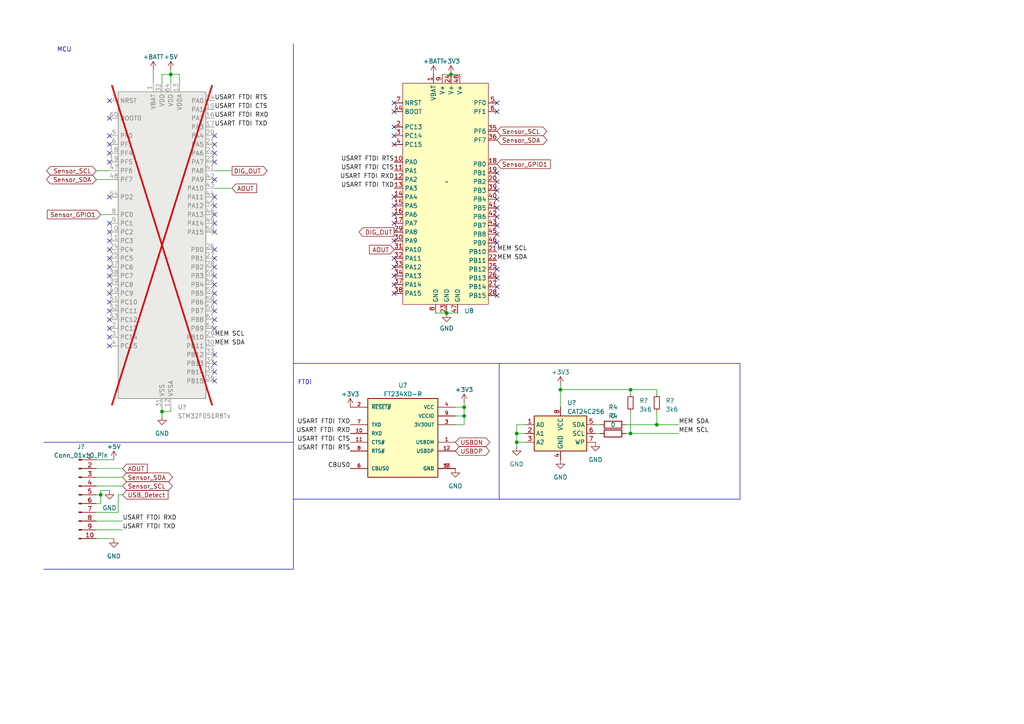
<source format=kicad_sch>
(kicad_sch (version 20230121) (generator eeschema)

  (uuid c0cfcaff-cbfc-454f-89d3-3bb65d015904)

  (paper "A4")

  (title_block
    (title "Enviro Sensing HAT")
    (date "2023-03-21")
    (rev "5.1")
  )

  (lib_symbols
    (symbol "Connector:Conn_01x10_Pin" (pin_names (offset 1.016) hide) (in_bom yes) (on_board yes)
      (property "Reference" "J" (at 0 12.7 0)
        (effects (font (size 1.27 1.27)))
      )
      (property "Value" "Conn_01x10_Pin" (at 0 -15.24 0)
        (effects (font (size 1.27 1.27)))
      )
      (property "Footprint" "" (at 0 0 0)
        (effects (font (size 1.27 1.27)) hide)
      )
      (property "Datasheet" "~" (at 0 0 0)
        (effects (font (size 1.27 1.27)) hide)
      )
      (property "ki_locked" "" (at 0 0 0)
        (effects (font (size 1.27 1.27)))
      )
      (property "ki_keywords" "connector" (at 0 0 0)
        (effects (font (size 1.27 1.27)) hide)
      )
      (property "ki_description" "Generic connector, single row, 01x10, script generated" (at 0 0 0)
        (effects (font (size 1.27 1.27)) hide)
      )
      (property "ki_fp_filters" "Connector*:*_1x??_*" (at 0 0 0)
        (effects (font (size 1.27 1.27)) hide)
      )
      (symbol "Conn_01x10_Pin_1_1"
        (polyline
          (pts
            (xy 1.27 -12.7)
            (xy 0.8636 -12.7)
          )
          (stroke (width 0.1524) (type default))
          (fill (type none))
        )
        (polyline
          (pts
            (xy 1.27 -10.16)
            (xy 0.8636 -10.16)
          )
          (stroke (width 0.1524) (type default))
          (fill (type none))
        )
        (polyline
          (pts
            (xy 1.27 -7.62)
            (xy 0.8636 -7.62)
          )
          (stroke (width 0.1524) (type default))
          (fill (type none))
        )
        (polyline
          (pts
            (xy 1.27 -5.08)
            (xy 0.8636 -5.08)
          )
          (stroke (width 0.1524) (type default))
          (fill (type none))
        )
        (polyline
          (pts
            (xy 1.27 -2.54)
            (xy 0.8636 -2.54)
          )
          (stroke (width 0.1524) (type default))
          (fill (type none))
        )
        (polyline
          (pts
            (xy 1.27 0)
            (xy 0.8636 0)
          )
          (stroke (width 0.1524) (type default))
          (fill (type none))
        )
        (polyline
          (pts
            (xy 1.27 2.54)
            (xy 0.8636 2.54)
          )
          (stroke (width 0.1524) (type default))
          (fill (type none))
        )
        (polyline
          (pts
            (xy 1.27 5.08)
            (xy 0.8636 5.08)
          )
          (stroke (width 0.1524) (type default))
          (fill (type none))
        )
        (polyline
          (pts
            (xy 1.27 7.62)
            (xy 0.8636 7.62)
          )
          (stroke (width 0.1524) (type default))
          (fill (type none))
        )
        (polyline
          (pts
            (xy 1.27 10.16)
            (xy 0.8636 10.16)
          )
          (stroke (width 0.1524) (type default))
          (fill (type none))
        )
        (rectangle (start 0.8636 -12.573) (end 0 -12.827)
          (stroke (width 0.1524) (type default))
          (fill (type outline))
        )
        (rectangle (start 0.8636 -10.033) (end 0 -10.287)
          (stroke (width 0.1524) (type default))
          (fill (type outline))
        )
        (rectangle (start 0.8636 -7.493) (end 0 -7.747)
          (stroke (width 0.1524) (type default))
          (fill (type outline))
        )
        (rectangle (start 0.8636 -4.953) (end 0 -5.207)
          (stroke (width 0.1524) (type default))
          (fill (type outline))
        )
        (rectangle (start 0.8636 -2.413) (end 0 -2.667)
          (stroke (width 0.1524) (type default))
          (fill (type outline))
        )
        (rectangle (start 0.8636 0.127) (end 0 -0.127)
          (stroke (width 0.1524) (type default))
          (fill (type outline))
        )
        (rectangle (start 0.8636 2.667) (end 0 2.413)
          (stroke (width 0.1524) (type default))
          (fill (type outline))
        )
        (rectangle (start 0.8636 5.207) (end 0 4.953)
          (stroke (width 0.1524) (type default))
          (fill (type outline))
        )
        (rectangle (start 0.8636 7.747) (end 0 7.493)
          (stroke (width 0.1524) (type default))
          (fill (type outline))
        )
        (rectangle (start 0.8636 10.287) (end 0 10.033)
          (stroke (width 0.1524) (type default))
          (fill (type outline))
        )
        (pin passive line (at 5.08 10.16 180) (length 3.81)
          (name "Pin_1" (effects (font (size 1.27 1.27))))
          (number "1" (effects (font (size 1.27 1.27))))
        )
        (pin passive line (at 5.08 -12.7 180) (length 3.81)
          (name "Pin_10" (effects (font (size 1.27 1.27))))
          (number "10" (effects (font (size 1.27 1.27))))
        )
        (pin passive line (at 5.08 7.62 180) (length 3.81)
          (name "Pin_2" (effects (font (size 1.27 1.27))))
          (number "2" (effects (font (size 1.27 1.27))))
        )
        (pin passive line (at 5.08 5.08 180) (length 3.81)
          (name "Pin_3" (effects (font (size 1.27 1.27))))
          (number "3" (effects (font (size 1.27 1.27))))
        )
        (pin passive line (at 5.08 2.54 180) (length 3.81)
          (name "Pin_4" (effects (font (size 1.27 1.27))))
          (number "4" (effects (font (size 1.27 1.27))))
        )
        (pin passive line (at 5.08 0 180) (length 3.81)
          (name "Pin_5" (effects (font (size 1.27 1.27))))
          (number "5" (effects (font (size 1.27 1.27))))
        )
        (pin passive line (at 5.08 -2.54 180) (length 3.81)
          (name "Pin_6" (effects (font (size 1.27 1.27))))
          (number "6" (effects (font (size 1.27 1.27))))
        )
        (pin passive line (at 5.08 -5.08 180) (length 3.81)
          (name "Pin_7" (effects (font (size 1.27 1.27))))
          (number "7" (effects (font (size 1.27 1.27))))
        )
        (pin passive line (at 5.08 -7.62 180) (length 3.81)
          (name "Pin_8" (effects (font (size 1.27 1.27))))
          (number "8" (effects (font (size 1.27 1.27))))
        )
        (pin passive line (at 5.08 -10.16 180) (length 3.81)
          (name "Pin_9" (effects (font (size 1.27 1.27))))
          (number "9" (effects (font (size 1.27 1.27))))
        )
      )
    )
    (symbol "Device:R" (pin_numbers hide) (pin_names (offset 0)) (in_bom yes) (on_board yes)
      (property "Reference" "R" (at 2.032 0 90)
        (effects (font (size 1.27 1.27)))
      )
      (property "Value" "R" (at 0 0 90)
        (effects (font (size 1.27 1.27)))
      )
      (property "Footprint" "" (at -1.778 0 90)
        (effects (font (size 1.27 1.27)) hide)
      )
      (property "Datasheet" "~" (at 0 0 0)
        (effects (font (size 1.27 1.27)) hide)
      )
      (property "ki_keywords" "R res resistor" (at 0 0 0)
        (effects (font (size 1.27 1.27)) hide)
      )
      (property "ki_description" "Resistor" (at 0 0 0)
        (effects (font (size 1.27 1.27)) hide)
      )
      (property "ki_fp_filters" "R_*" (at 0 0 0)
        (effects (font (size 1.27 1.27)) hide)
      )
      (symbol "R_0_1"
        (rectangle (start -1.016 -2.54) (end 1.016 2.54)
          (stroke (width 0.254) (type default))
          (fill (type none))
        )
      )
      (symbol "R_1_1"
        (pin passive line (at 0 3.81 270) (length 1.27)
          (name "~" (effects (font (size 1.27 1.27))))
          (number "1" (effects (font (size 1.27 1.27))))
        )
        (pin passive line (at 0 -3.81 90) (length 1.27)
          (name "~" (effects (font (size 1.27 1.27))))
          (number "2" (effects (font (size 1.27 1.27))))
        )
      )
    )
    (symbol "Device:R_Small" (pin_numbers hide) (pin_names (offset 0.254) hide) (in_bom yes) (on_board yes)
      (property "Reference" "R" (at 0.762 0.508 0)
        (effects (font (size 1.27 1.27)) (justify left))
      )
      (property "Value" "R_Small" (at 0.762 -1.016 0)
        (effects (font (size 1.27 1.27)) (justify left))
      )
      (property "Footprint" "" (at 0 0 0)
        (effects (font (size 1.27 1.27)) hide)
      )
      (property "Datasheet" "~" (at 0 0 0)
        (effects (font (size 1.27 1.27)) hide)
      )
      (property "ki_keywords" "R resistor" (at 0 0 0)
        (effects (font (size 1.27 1.27)) hide)
      )
      (property "ki_description" "Resistor, small symbol" (at 0 0 0)
        (effects (font (size 1.27 1.27)) hide)
      )
      (property "ki_fp_filters" "R_*" (at 0 0 0)
        (effects (font (size 1.27 1.27)) hide)
      )
      (symbol "R_Small_0_1"
        (rectangle (start -0.762 1.778) (end 0.762 -1.778)
          (stroke (width 0.2032) (type default))
          (fill (type none))
        )
      )
      (symbol "R_Small_1_1"
        (pin passive line (at 0 2.54 270) (length 0.762)
          (name "~" (effects (font (size 1.27 1.27))))
          (number "1" (effects (font (size 1.27 1.27))))
        )
        (pin passive line (at 0 -2.54 90) (length 0.762)
          (name "~" (effects (font (size 1.27 1.27))))
          (number "2" (effects (font (size 1.27 1.27))))
        )
      )
    )
    (symbol "FT234XD-R:FT234XD-R" (pin_names (offset 1.016)) (in_bom yes) (on_board yes)
      (property "Reference" "U" (at -10.16 13.97 0)
        (effects (font (size 1.27 1.27)) (justify left bottom))
      )
      (property "Value" "FT234XD-R" (at -10.16 -11.43 0)
        (effects (font (size 1.27 1.27)) (justify left top))
      )
      (property "Footprint" "SON45P300X300X80-13N" (at 0 0 0)
        (effects (font (size 1.27 1.27)) (justify bottom) hide)
      )
      (property "Datasheet" "" (at 0 0 0)
        (effects (font (size 1.27 1.27)) hide)
      )
      (property "STANDARD" "IPC-7351B" (at 0 0 0)
        (effects (font (size 1.27 1.27)) (justify bottom) hide)
      )
      (property "PARTREV" "Version 1.2" (at 0 0 0)
        (effects (font (size 1.27 1.27)) (justify bottom) hide)
      )
      (property "MANUFACTURER" "FTDI" (at 0 0 0)
        (effects (font (size 1.27 1.27)) (justify bottom) hide)
      )
      (property "MAXIMUM_PACKAGE_HEIGHT" "0.8mm" (at 0 0 0)
        (effects (font (size 1.27 1.27)) (justify bottom) hide)
      )
      (symbol "FT234XD-R_0_0"
        (rectangle (start -10.16 -10.16) (end 10.16 12.7)
          (stroke (width 0.254) (type default))
          (fill (type background))
        )
        (pin bidirectional line (at 15.24 0 180) (length 5.08)
          (name "USBDM" (effects (font (size 1.016 1.016))))
          (number "1" (effects (font (size 1.016 1.016))))
        )
        (pin input line (at -15.24 2.54 0) (length 5.08)
          (name "RXD" (effects (font (size 1.016 1.016))))
          (number "10" (effects (font (size 1.016 1.016))))
        )
        (pin input line (at -15.24 0 0) (length 5.08)
          (name "CTS#" (effects (font (size 1.016 1.016))))
          (number "11" (effects (font (size 1.016 1.016))))
        )
        (pin bidirectional line (at 15.24 -2.54 180) (length 5.08)
          (name "USBDP" (effects (font (size 1.016 1.016))))
          (number "12" (effects (font (size 1.016 1.016))))
        )
        (pin power_in line (at 15.24 -7.62 180) (length 5.08)
          (name "GND" (effects (font (size 1.016 1.016))))
          (number "13" (effects (font (size 1.016 1.016))))
        )
        (pin input line (at -15.24 10.16 0) (length 5.08)
          (name "~{RESET#}" (effects (font (size 1.016 1.016))))
          (number "2" (effects (font (size 1.016 1.016))))
        )
        (pin output line (at 15.24 5.08 180) (length 5.08)
          (name "3V3OUT" (effects (font (size 1.016 1.016))))
          (number "3" (effects (font (size 1.016 1.016))))
        )
        (pin power_in line (at 15.24 10.16 180) (length 5.08)
          (name "VCC" (effects (font (size 1.016 1.016))))
          (number "4" (effects (font (size 1.016 1.016))))
        )
        (pin power_in line (at 15.24 -7.62 180) (length 5.08)
          (name "GND" (effects (font (size 1.016 1.016))))
          (number "5" (effects (font (size 1.016 1.016))))
        )
        (pin bidirectional line (at -15.24 -7.62 0) (length 5.08)
          (name "CBUS0" (effects (font (size 1.016 1.016))))
          (number "6" (effects (font (size 1.016 1.016))))
        )
        (pin output line (at -15.24 5.08 0) (length 5.08)
          (name "TXD" (effects (font (size 1.016 1.016))))
          (number "7" (effects (font (size 1.016 1.016))))
        )
        (pin output line (at -15.24 -2.54 0) (length 5.08)
          (name "RTS#" (effects (font (size 1.016 1.016))))
          (number "8" (effects (font (size 1.016 1.016))))
        )
        (pin power_in line (at 15.24 7.62 180) (length 5.08)
          (name "VCCIO" (effects (font (size 1.016 1.016))))
          (number "9" (effects (font (size 1.016 1.016))))
        )
      )
    )
    (symbol "MCU_ST_STM32F0:STM32F051R8Tx" (in_bom yes) (on_board yes)
      (property "Reference" "U" (at -12.7 46.99 0)
        (effects (font (size 1.27 1.27)) (justify left))
      )
      (property "Value" "STM32F051R8Tx" (at 7.62 46.99 0)
        (effects (font (size 1.27 1.27)) (justify left))
      )
      (property "Footprint" "Package_QFP:LQFP-64_10x10mm_P0.5mm" (at -12.7 -43.18 0)
        (effects (font (size 1.27 1.27)) (justify right) hide)
      )
      (property "Datasheet" "https://www.st.com/resource/en/datasheet/stm32f051r8.pdf" (at 0 0 0)
        (effects (font (size 1.27 1.27)) hide)
      )
      (property "ki_locked" "" (at 0 0 0)
        (effects (font (size 1.27 1.27)))
      )
      (property "ki_keywords" "Arm Cortex-M0 STM32F0 STM32F0x1" (at 0 0 0)
        (effects (font (size 1.27 1.27)) hide)
      )
      (property "ki_description" "STMicroelectronics Arm Cortex-M0 MCU, 64KB flash, 8KB RAM, 48 MHz, 2.0-3.6V, 55 GPIO, LQFP64" (at 0 0 0)
        (effects (font (size 1.27 1.27)) hide)
      )
      (property "ki_fp_filters" "LQFP*10x10mm*P0.5mm*" (at 0 0 0)
        (effects (font (size 1.27 1.27)) hide)
      )
      (symbol "STM32F051R8Tx_0_1"
        (rectangle (start -12.7 -43.18) (end 12.7 45.72)
          (stroke (width 0.254) (type default))
          (fill (type background))
        )
      )
      (symbol "STM32F051R8Tx_1_1"
        (pin power_in line (at -2.54 48.26 270) (length 2.54)
          (name "VBAT" (effects (font (size 1.27 1.27))))
          (number "1" (effects (font (size 1.27 1.27))))
        )
        (pin bidirectional line (at -15.24 5.08 0) (length 2.54)
          (name "PC2" (effects (font (size 1.27 1.27))))
          (number "10" (effects (font (size 1.27 1.27))))
          (alternate "ADC_IN12" bidirectional line)
        )
        (pin bidirectional line (at -15.24 2.54 0) (length 2.54)
          (name "PC3" (effects (font (size 1.27 1.27))))
          (number "11" (effects (font (size 1.27 1.27))))
          (alternate "ADC_IN13" bidirectional line)
        )
        (pin power_in line (at 2.54 -45.72 90) (length 2.54)
          (name "VSSA" (effects (font (size 1.27 1.27))))
          (number "12" (effects (font (size 1.27 1.27))))
        )
        (pin power_in line (at 5.08 48.26 270) (length 2.54)
          (name "VDDA" (effects (font (size 1.27 1.27))))
          (number "13" (effects (font (size 1.27 1.27))))
        )
        (pin bidirectional line (at 15.24 43.18 180) (length 2.54)
          (name "PA0" (effects (font (size 1.27 1.27))))
          (number "14" (effects (font (size 1.27 1.27))))
          (alternate "ADC_IN0" bidirectional line)
          (alternate "COMP1_INM" bidirectional line)
          (alternate "COMP1_OUT" bidirectional line)
          (alternate "RTC_TAMP2" bidirectional line)
          (alternate "SYS_WKUP1" bidirectional line)
          (alternate "TIM2_CH1" bidirectional line)
          (alternate "TIM2_ETR" bidirectional line)
          (alternate "TSC_G1_IO1" bidirectional line)
          (alternate "USART2_CTS" bidirectional line)
        )
        (pin bidirectional line (at 15.24 40.64 180) (length 2.54)
          (name "PA1" (effects (font (size 1.27 1.27))))
          (number "15" (effects (font (size 1.27 1.27))))
          (alternate "ADC_IN1" bidirectional line)
          (alternate "COMP1_INP" bidirectional line)
          (alternate "TIM2_CH2" bidirectional line)
          (alternate "TSC_G1_IO2" bidirectional line)
          (alternate "USART2_DE" bidirectional line)
          (alternate "USART2_RTS" bidirectional line)
        )
        (pin bidirectional line (at 15.24 38.1 180) (length 2.54)
          (name "PA2" (effects (font (size 1.27 1.27))))
          (number "16" (effects (font (size 1.27 1.27))))
          (alternate "ADC_IN2" bidirectional line)
          (alternate "COMP2_INM" bidirectional line)
          (alternate "COMP2_OUT" bidirectional line)
          (alternate "TIM15_CH1" bidirectional line)
          (alternate "TIM2_CH3" bidirectional line)
          (alternate "TSC_G1_IO3" bidirectional line)
          (alternate "USART2_TX" bidirectional line)
        )
        (pin bidirectional line (at 15.24 35.56 180) (length 2.54)
          (name "PA3" (effects (font (size 1.27 1.27))))
          (number "17" (effects (font (size 1.27 1.27))))
          (alternate "ADC_IN3" bidirectional line)
          (alternate "COMP2_INP" bidirectional line)
          (alternate "TIM15_CH2" bidirectional line)
          (alternate "TIM2_CH4" bidirectional line)
          (alternate "TSC_G1_IO4" bidirectional line)
          (alternate "USART2_RX" bidirectional line)
        )
        (pin bidirectional line (at -15.24 27.94 0) (length 2.54)
          (name "PF4" (effects (font (size 1.27 1.27))))
          (number "18" (effects (font (size 1.27 1.27))))
        )
        (pin bidirectional line (at -15.24 25.4 0) (length 2.54)
          (name "PF5" (effects (font (size 1.27 1.27))))
          (number "19" (effects (font (size 1.27 1.27))))
        )
        (pin bidirectional line (at -15.24 -22.86 0) (length 2.54)
          (name "PC13" (effects (font (size 1.27 1.27))))
          (number "2" (effects (font (size 1.27 1.27))))
          (alternate "RTC_OUT_ALARM" bidirectional line)
          (alternate "RTC_OUT_CALIB" bidirectional line)
          (alternate "RTC_TAMP1" bidirectional line)
          (alternate "RTC_TS" bidirectional line)
          (alternate "SYS_WKUP2" bidirectional line)
        )
        (pin bidirectional line (at 15.24 33.02 180) (length 2.54)
          (name "PA4" (effects (font (size 1.27 1.27))))
          (number "20" (effects (font (size 1.27 1.27))))
          (alternate "ADC_IN4" bidirectional line)
          (alternate "COMP1_INM" bidirectional line)
          (alternate "COMP2_INM" bidirectional line)
          (alternate "DAC1_OUT1" bidirectional line)
          (alternate "I2S1_WS" bidirectional line)
          (alternate "SPI1_NSS" bidirectional line)
          (alternate "TIM14_CH1" bidirectional line)
          (alternate "TSC_G2_IO1" bidirectional line)
          (alternate "USART2_CK" bidirectional line)
        )
        (pin bidirectional line (at 15.24 30.48 180) (length 2.54)
          (name "PA5" (effects (font (size 1.27 1.27))))
          (number "21" (effects (font (size 1.27 1.27))))
          (alternate "ADC_IN5" bidirectional line)
          (alternate "CEC" bidirectional line)
          (alternate "COMP1_INM" bidirectional line)
          (alternate "COMP2_INM" bidirectional line)
          (alternate "I2S1_CK" bidirectional line)
          (alternate "SPI1_SCK" bidirectional line)
          (alternate "TIM2_CH1" bidirectional line)
          (alternate "TIM2_ETR" bidirectional line)
          (alternate "TSC_G2_IO2" bidirectional line)
        )
        (pin bidirectional line (at 15.24 27.94 180) (length 2.54)
          (name "PA6" (effects (font (size 1.27 1.27))))
          (number "22" (effects (font (size 1.27 1.27))))
          (alternate "ADC_IN6" bidirectional line)
          (alternate "COMP1_OUT" bidirectional line)
          (alternate "I2S1_MCK" bidirectional line)
          (alternate "SPI1_MISO" bidirectional line)
          (alternate "TIM16_CH1" bidirectional line)
          (alternate "TIM1_BKIN" bidirectional line)
          (alternate "TIM3_CH1" bidirectional line)
          (alternate "TSC_G2_IO3" bidirectional line)
        )
        (pin bidirectional line (at 15.24 25.4 180) (length 2.54)
          (name "PA7" (effects (font (size 1.27 1.27))))
          (number "23" (effects (font (size 1.27 1.27))))
          (alternate "ADC_IN7" bidirectional line)
          (alternate "COMP2_OUT" bidirectional line)
          (alternate "I2S1_SD" bidirectional line)
          (alternate "SPI1_MOSI" bidirectional line)
          (alternate "TIM14_CH1" bidirectional line)
          (alternate "TIM17_CH1" bidirectional line)
          (alternate "TIM1_CH1N" bidirectional line)
          (alternate "TIM3_CH2" bidirectional line)
          (alternate "TSC_G2_IO4" bidirectional line)
        )
        (pin bidirectional line (at -15.24 0 0) (length 2.54)
          (name "PC4" (effects (font (size 1.27 1.27))))
          (number "24" (effects (font (size 1.27 1.27))))
          (alternate "ADC_IN14" bidirectional line)
        )
        (pin bidirectional line (at -15.24 -2.54 0) (length 2.54)
          (name "PC5" (effects (font (size 1.27 1.27))))
          (number "25" (effects (font (size 1.27 1.27))))
          (alternate "ADC_IN15" bidirectional line)
          (alternate "TSC_G3_IO1" bidirectional line)
        )
        (pin bidirectional line (at 15.24 0 180) (length 2.54)
          (name "PB0" (effects (font (size 1.27 1.27))))
          (number "26" (effects (font (size 1.27 1.27))))
          (alternate "ADC_IN8" bidirectional line)
          (alternate "TIM1_CH2N" bidirectional line)
          (alternate "TIM3_CH3" bidirectional line)
          (alternate "TSC_G3_IO2" bidirectional line)
        )
        (pin bidirectional line (at 15.24 -2.54 180) (length 2.54)
          (name "PB1" (effects (font (size 1.27 1.27))))
          (number "27" (effects (font (size 1.27 1.27))))
          (alternate "ADC_IN9" bidirectional line)
          (alternate "TIM14_CH1" bidirectional line)
          (alternate "TIM1_CH3N" bidirectional line)
          (alternate "TIM3_CH4" bidirectional line)
          (alternate "TSC_G3_IO3" bidirectional line)
        )
        (pin bidirectional line (at 15.24 -5.08 180) (length 2.54)
          (name "PB2" (effects (font (size 1.27 1.27))))
          (number "28" (effects (font (size 1.27 1.27))))
          (alternate "TSC_G3_IO4" bidirectional line)
        )
        (pin bidirectional line (at 15.24 -25.4 180) (length 2.54)
          (name "PB10" (effects (font (size 1.27 1.27))))
          (number "29" (effects (font (size 1.27 1.27))))
          (alternate "CEC" bidirectional line)
          (alternate "I2C2_SCL" bidirectional line)
          (alternate "TIM2_CH3" bidirectional line)
          (alternate "TSC_SYNC" bidirectional line)
        )
        (pin bidirectional line (at -15.24 -25.4 0) (length 2.54)
          (name "PC14" (effects (font (size 1.27 1.27))))
          (number "3" (effects (font (size 1.27 1.27))))
          (alternate "RCC_OSC32_IN" bidirectional line)
        )
        (pin bidirectional line (at 15.24 -27.94 180) (length 2.54)
          (name "PB11" (effects (font (size 1.27 1.27))))
          (number "30" (effects (font (size 1.27 1.27))))
          (alternate "I2C2_SDA" bidirectional line)
          (alternate "TIM2_CH4" bidirectional line)
          (alternate "TSC_G6_IO1" bidirectional line)
        )
        (pin power_in line (at 0 -45.72 90) (length 2.54)
          (name "VSS" (effects (font (size 1.27 1.27))))
          (number "31" (effects (font (size 1.27 1.27))))
        )
        (pin power_in line (at 0 48.26 270) (length 2.54)
          (name "VDD" (effects (font (size 1.27 1.27))))
          (number "32" (effects (font (size 1.27 1.27))))
        )
        (pin bidirectional line (at 15.24 -30.48 180) (length 2.54)
          (name "PB12" (effects (font (size 1.27 1.27))))
          (number "33" (effects (font (size 1.27 1.27))))
          (alternate "SPI2_NSS" bidirectional line)
          (alternate "TIM1_BKIN" bidirectional line)
          (alternate "TSC_G6_IO2" bidirectional line)
        )
        (pin bidirectional line (at 15.24 -33.02 180) (length 2.54)
          (name "PB13" (effects (font (size 1.27 1.27))))
          (number "34" (effects (font (size 1.27 1.27))))
          (alternate "SPI2_SCK" bidirectional line)
          (alternate "TIM1_CH1N" bidirectional line)
          (alternate "TSC_G6_IO3" bidirectional line)
        )
        (pin bidirectional line (at 15.24 -35.56 180) (length 2.54)
          (name "PB14" (effects (font (size 1.27 1.27))))
          (number "35" (effects (font (size 1.27 1.27))))
          (alternate "SPI2_MISO" bidirectional line)
          (alternate "TIM15_CH1" bidirectional line)
          (alternate "TIM1_CH2N" bidirectional line)
          (alternate "TSC_G6_IO4" bidirectional line)
        )
        (pin bidirectional line (at 15.24 -38.1 180) (length 2.54)
          (name "PB15" (effects (font (size 1.27 1.27))))
          (number "36" (effects (font (size 1.27 1.27))))
          (alternate "RTC_REFIN" bidirectional line)
          (alternate "SPI2_MOSI" bidirectional line)
          (alternate "TIM15_CH1N" bidirectional line)
          (alternate "TIM15_CH2" bidirectional line)
          (alternate "TIM1_CH3N" bidirectional line)
        )
        (pin bidirectional line (at -15.24 -5.08 0) (length 2.54)
          (name "PC6" (effects (font (size 1.27 1.27))))
          (number "37" (effects (font (size 1.27 1.27))))
          (alternate "TIM3_CH1" bidirectional line)
        )
        (pin bidirectional line (at -15.24 -7.62 0) (length 2.54)
          (name "PC7" (effects (font (size 1.27 1.27))))
          (number "38" (effects (font (size 1.27 1.27))))
          (alternate "TIM3_CH2" bidirectional line)
        )
        (pin bidirectional line (at -15.24 -10.16 0) (length 2.54)
          (name "PC8" (effects (font (size 1.27 1.27))))
          (number "39" (effects (font (size 1.27 1.27))))
          (alternate "TIM3_CH3" bidirectional line)
        )
        (pin bidirectional line (at -15.24 -27.94 0) (length 2.54)
          (name "PC15" (effects (font (size 1.27 1.27))))
          (number "4" (effects (font (size 1.27 1.27))))
          (alternate "RCC_OSC32_OUT" bidirectional line)
        )
        (pin bidirectional line (at -15.24 -12.7 0) (length 2.54)
          (name "PC9" (effects (font (size 1.27 1.27))))
          (number "40" (effects (font (size 1.27 1.27))))
          (alternate "DAC1_EXTI9" bidirectional line)
          (alternate "TIM3_CH4" bidirectional line)
        )
        (pin bidirectional line (at 15.24 22.86 180) (length 2.54)
          (name "PA8" (effects (font (size 1.27 1.27))))
          (number "41" (effects (font (size 1.27 1.27))))
          (alternate "RCC_MCO" bidirectional line)
          (alternate "TIM1_CH1" bidirectional line)
          (alternate "USART1_CK" bidirectional line)
        )
        (pin bidirectional line (at 15.24 20.32 180) (length 2.54)
          (name "PA9" (effects (font (size 1.27 1.27))))
          (number "42" (effects (font (size 1.27 1.27))))
          (alternate "DAC1_EXTI9" bidirectional line)
          (alternate "TIM15_BKIN" bidirectional line)
          (alternate "TIM1_CH2" bidirectional line)
          (alternate "TSC_G4_IO1" bidirectional line)
          (alternate "USART1_TX" bidirectional line)
        )
        (pin bidirectional line (at 15.24 17.78 180) (length 2.54)
          (name "PA10" (effects (font (size 1.27 1.27))))
          (number "43" (effects (font (size 1.27 1.27))))
          (alternate "TIM17_BKIN" bidirectional line)
          (alternate "TIM1_CH3" bidirectional line)
          (alternate "TSC_G4_IO2" bidirectional line)
          (alternate "USART1_RX" bidirectional line)
        )
        (pin bidirectional line (at 15.24 15.24 180) (length 2.54)
          (name "PA11" (effects (font (size 1.27 1.27))))
          (number "44" (effects (font (size 1.27 1.27))))
          (alternate "COMP1_OUT" bidirectional line)
          (alternate "TIM1_CH4" bidirectional line)
          (alternate "TSC_G4_IO3" bidirectional line)
          (alternate "USART1_CTS" bidirectional line)
        )
        (pin bidirectional line (at 15.24 12.7 180) (length 2.54)
          (name "PA12" (effects (font (size 1.27 1.27))))
          (number "45" (effects (font (size 1.27 1.27))))
          (alternate "COMP2_OUT" bidirectional line)
          (alternate "TIM1_ETR" bidirectional line)
          (alternate "TSC_G4_IO4" bidirectional line)
          (alternate "USART1_DE" bidirectional line)
          (alternate "USART1_RTS" bidirectional line)
        )
        (pin bidirectional line (at 15.24 10.16 180) (length 2.54)
          (name "PA13" (effects (font (size 1.27 1.27))))
          (number "46" (effects (font (size 1.27 1.27))))
          (alternate "IR_OUT" bidirectional line)
          (alternate "SYS_SWDIO" bidirectional line)
        )
        (pin bidirectional line (at -15.24 22.86 0) (length 2.54)
          (name "PF6" (effects (font (size 1.27 1.27))))
          (number "47" (effects (font (size 1.27 1.27))))
          (alternate "I2C2_SCL" bidirectional line)
        )
        (pin bidirectional line (at -15.24 20.32 0) (length 2.54)
          (name "PF7" (effects (font (size 1.27 1.27))))
          (number "48" (effects (font (size 1.27 1.27))))
          (alternate "I2C2_SDA" bidirectional line)
        )
        (pin bidirectional line (at 15.24 7.62 180) (length 2.54)
          (name "PA14" (effects (font (size 1.27 1.27))))
          (number "49" (effects (font (size 1.27 1.27))))
          (alternate "SYS_SWCLK" bidirectional line)
          (alternate "USART2_TX" bidirectional line)
        )
        (pin bidirectional line (at -15.24 33.02 0) (length 2.54)
          (name "PF0" (effects (font (size 1.27 1.27))))
          (number "5" (effects (font (size 1.27 1.27))))
          (alternate "RCC_OSC_IN" bidirectional line)
        )
        (pin bidirectional line (at 15.24 5.08 180) (length 2.54)
          (name "PA15" (effects (font (size 1.27 1.27))))
          (number "50" (effects (font (size 1.27 1.27))))
          (alternate "I2S1_WS" bidirectional line)
          (alternate "SPI1_NSS" bidirectional line)
          (alternate "TIM2_CH1" bidirectional line)
          (alternate "TIM2_ETR" bidirectional line)
          (alternate "USART2_RX" bidirectional line)
        )
        (pin bidirectional line (at -15.24 -15.24 0) (length 2.54)
          (name "PC10" (effects (font (size 1.27 1.27))))
          (number "51" (effects (font (size 1.27 1.27))))
        )
        (pin bidirectional line (at -15.24 -17.78 0) (length 2.54)
          (name "PC11" (effects (font (size 1.27 1.27))))
          (number "52" (effects (font (size 1.27 1.27))))
        )
        (pin bidirectional line (at -15.24 -20.32 0) (length 2.54)
          (name "PC12" (effects (font (size 1.27 1.27))))
          (number "53" (effects (font (size 1.27 1.27))))
        )
        (pin bidirectional line (at -15.24 15.24 0) (length 2.54)
          (name "PD2" (effects (font (size 1.27 1.27))))
          (number "54" (effects (font (size 1.27 1.27))))
          (alternate "TIM3_ETR" bidirectional line)
        )
        (pin bidirectional line (at 15.24 -7.62 180) (length 2.54)
          (name "PB3" (effects (font (size 1.27 1.27))))
          (number "55" (effects (font (size 1.27 1.27))))
          (alternate "I2S1_CK" bidirectional line)
          (alternate "SPI1_SCK" bidirectional line)
          (alternate "TIM2_CH2" bidirectional line)
          (alternate "TSC_G5_IO1" bidirectional line)
        )
        (pin bidirectional line (at 15.24 -10.16 180) (length 2.54)
          (name "PB4" (effects (font (size 1.27 1.27))))
          (number "56" (effects (font (size 1.27 1.27))))
          (alternate "I2S1_MCK" bidirectional line)
          (alternate "SPI1_MISO" bidirectional line)
          (alternate "TIM3_CH1" bidirectional line)
          (alternate "TSC_G5_IO2" bidirectional line)
        )
        (pin bidirectional line (at 15.24 -12.7 180) (length 2.54)
          (name "PB5" (effects (font (size 1.27 1.27))))
          (number "57" (effects (font (size 1.27 1.27))))
          (alternate "I2C1_SMBA" bidirectional line)
          (alternate "I2S1_SD" bidirectional line)
          (alternate "SPI1_MOSI" bidirectional line)
          (alternate "TIM16_BKIN" bidirectional line)
          (alternate "TIM3_CH2" bidirectional line)
        )
        (pin bidirectional line (at 15.24 -15.24 180) (length 2.54)
          (name "PB6" (effects (font (size 1.27 1.27))))
          (number "58" (effects (font (size 1.27 1.27))))
          (alternate "I2C1_SCL" bidirectional line)
          (alternate "TIM16_CH1N" bidirectional line)
          (alternate "TSC_G5_IO3" bidirectional line)
          (alternate "USART1_TX" bidirectional line)
        )
        (pin bidirectional line (at 15.24 -17.78 180) (length 2.54)
          (name "PB7" (effects (font (size 1.27 1.27))))
          (number "59" (effects (font (size 1.27 1.27))))
          (alternate "I2C1_SDA" bidirectional line)
          (alternate "TIM17_CH1N" bidirectional line)
          (alternate "TSC_G5_IO4" bidirectional line)
          (alternate "USART1_RX" bidirectional line)
        )
        (pin bidirectional line (at -15.24 30.48 0) (length 2.54)
          (name "PF1" (effects (font (size 1.27 1.27))))
          (number "6" (effects (font (size 1.27 1.27))))
          (alternate "RCC_OSC_OUT" bidirectional line)
        )
        (pin input line (at -15.24 38.1 0) (length 2.54)
          (name "BOOT0" (effects (font (size 1.27 1.27))))
          (number "60" (effects (font (size 1.27 1.27))))
        )
        (pin bidirectional line (at 15.24 -20.32 180) (length 2.54)
          (name "PB8" (effects (font (size 1.27 1.27))))
          (number "61" (effects (font (size 1.27 1.27))))
          (alternate "CEC" bidirectional line)
          (alternate "I2C1_SCL" bidirectional line)
          (alternate "TIM16_CH1" bidirectional line)
          (alternate "TSC_SYNC" bidirectional line)
        )
        (pin bidirectional line (at 15.24 -22.86 180) (length 2.54)
          (name "PB9" (effects (font (size 1.27 1.27))))
          (number "62" (effects (font (size 1.27 1.27))))
          (alternate "DAC1_EXTI9" bidirectional line)
          (alternate "I2C1_SDA" bidirectional line)
          (alternate "IR_OUT" bidirectional line)
          (alternate "TIM17_CH1" bidirectional line)
        )
        (pin passive line (at 0 -45.72 90) (length 2.54) hide
          (name "VSS" (effects (font (size 1.27 1.27))))
          (number "63" (effects (font (size 1.27 1.27))))
        )
        (pin power_in line (at 2.54 48.26 270) (length 2.54)
          (name "VDD" (effects (font (size 1.27 1.27))))
          (number "64" (effects (font (size 1.27 1.27))))
        )
        (pin input line (at -15.24 43.18 0) (length 2.54)
          (name "NRST" (effects (font (size 1.27 1.27))))
          (number "7" (effects (font (size 1.27 1.27))))
        )
        (pin bidirectional line (at -15.24 10.16 0) (length 2.54)
          (name "PC0" (effects (font (size 1.27 1.27))))
          (number "8" (effects (font (size 1.27 1.27))))
          (alternate "ADC_IN10" bidirectional line)
        )
        (pin bidirectional line (at -15.24 7.62 0) (length 2.54)
          (name "PC1" (effects (font (size 1.27 1.27))))
          (number "9" (effects (font (size 1.27 1.27))))
          (alternate "ADC_IN11" bidirectional line)
        )
      )
    )
    (symbol "Memory_EEPROM:CAT24C256" (in_bom yes) (on_board yes)
      (property "Reference" "U" (at -6.35 6.35 0)
        (effects (font (size 1.27 1.27)))
      )
      (property "Value" "CAT24C256" (at 1.27 6.35 0)
        (effects (font (size 1.27 1.27)) (justify left))
      )
      (property "Footprint" "" (at 0 0 0)
        (effects (font (size 1.27 1.27)) hide)
      )
      (property "Datasheet" "https://www.onsemi.cn/PowerSolutions/document/CAT24C256-D.PDF" (at 0 0 0)
        (effects (font (size 1.27 1.27)) hide)
      )
      (property "ki_keywords" "I2C EEPROM Serial 256kb" (at 0 0 0)
        (effects (font (size 1.27 1.27)) hide)
      )
      (property "ki_description" "256 kb CMOS Serial EEPROM, DIP-8/SOIC-8/TSSOP-8/DFN-8" (at 0 0 0)
        (effects (font (size 1.27 1.27)) hide)
      )
      (property "ki_fp_filters" "DIP*W7.62mm* SOIC*3.9x4.9mm* TSSOP*4.4x3mm*P0.65mm* DFN*3x2mm*P0.5mm*" (at 0 0 0)
        (effects (font (size 1.27 1.27)) hide)
      )
      (symbol "CAT24C256_1_1"
        (rectangle (start -7.62 5.08) (end 7.62 -5.08)
          (stroke (width 0.254) (type default))
          (fill (type background))
        )
        (pin input line (at -10.16 2.54 0) (length 2.54)
          (name "A0" (effects (font (size 1.27 1.27))))
          (number "1" (effects (font (size 1.27 1.27))))
        )
        (pin input line (at -10.16 0 0) (length 2.54)
          (name "A1" (effects (font (size 1.27 1.27))))
          (number "2" (effects (font (size 1.27 1.27))))
        )
        (pin input line (at -10.16 -2.54 0) (length 2.54)
          (name "A2" (effects (font (size 1.27 1.27))))
          (number "3" (effects (font (size 1.27 1.27))))
        )
        (pin power_in line (at 0 -7.62 90) (length 2.54)
          (name "GND" (effects (font (size 1.27 1.27))))
          (number "4" (effects (font (size 1.27 1.27))))
        )
        (pin bidirectional line (at 10.16 2.54 180) (length 2.54)
          (name "SDA" (effects (font (size 1.27 1.27))))
          (number "5" (effects (font (size 1.27 1.27))))
        )
        (pin input line (at 10.16 0 180) (length 2.54)
          (name "SCL" (effects (font (size 1.27 1.27))))
          (number "6" (effects (font (size 1.27 1.27))))
        )
        (pin input line (at 10.16 -2.54 180) (length 2.54)
          (name "WP" (effects (font (size 1.27 1.27))))
          (number "7" (effects (font (size 1.27 1.27))))
        )
        (pin power_in line (at 0 7.62 270) (length 2.54)
          (name "VCC" (effects (font (size 1.27 1.27))))
          (number "8" (effects (font (size 1.27 1.27))))
        )
      )
    )
    (symbol "UCT:STM32F051C6TG6_Target" (in_bom yes) (on_board yes)
      (property "Reference" "U" (at -11.43 32.385 0)
        (effects (font (size 1.27 1.27)))
      )
      (property "Value" "" (at 0 1.905 0)
        (effects (font (size 1.27 1.27)))
      )
      (property "Footprint" "" (at 0 1.905 0)
        (effects (font (size 1.27 1.27)) hide)
      )
      (property "Datasheet" "" (at 0 1.905 0)
        (effects (font (size 1.27 1.27)) hide)
      )
      (symbol "STM32F051C6TG6_Target_0_1"
        (rectangle (start -12.7 30.48) (end 12.065 -33.655)
          (stroke (width 0) (type default))
          (fill (type background))
        )
      )
      (symbol "STM32F051C6TG6_Target_1_1"
        (pin power_in line (at -3.81 33.02 270) (length 2.54)
          (name "VBAT" (effects (font (size 1.27 1.27))))
          (number "1" (effects (font (size 1.27 1.27))))
        )
        (pin bidirectional line (at -15.24 7.62 0) (length 2.54)
          (name "PA0" (effects (font (size 1.27 1.27))))
          (number "10" (effects (font (size 1.27 1.27))))
        )
        (pin bidirectional line (at -15.24 5.08 0) (length 2.54)
          (name "PA1" (effects (font (size 1.27 1.27))))
          (number "11" (effects (font (size 1.27 1.27))))
        )
        (pin bidirectional line (at -15.24 2.54 0) (length 2.54)
          (name "PA2" (effects (font (size 1.27 1.27))))
          (number "12" (effects (font (size 1.27 1.27))))
        )
        (pin bidirectional line (at -15.24 0 0) (length 2.54)
          (name "PA3" (effects (font (size 1.27 1.27))))
          (number "13" (effects (font (size 1.27 1.27))))
        )
        (pin bidirectional line (at -15.24 -2.54 0) (length 2.54)
          (name "PA4" (effects (font (size 1.27 1.27))))
          (number "14" (effects (font (size 1.27 1.27))))
        )
        (pin bidirectional line (at -15.24 -5.08 0) (length 2.54)
          (name "PA5" (effects (font (size 1.27 1.27))))
          (number "15" (effects (font (size 1.27 1.27))))
        )
        (pin bidirectional line (at -15.24 -7.62 0) (length 2.54)
          (name "PA6" (effects (font (size 1.27 1.27))))
          (number "16" (effects (font (size 1.27 1.27))))
        )
        (pin bidirectional line (at -15.24 -10.16 0) (length 2.54)
          (name "PA7" (effects (font (size 1.27 1.27))))
          (number "17" (effects (font (size 1.27 1.27))))
        )
        (pin bidirectional line (at 14.605 6.985 180) (length 2.54)
          (name "PB0" (effects (font (size 1.27 1.27))))
          (number "18" (effects (font (size 1.27 1.27))))
        )
        (pin bidirectional line (at 14.605 4.445 180) (length 2.54)
          (name "PB1" (effects (font (size 1.27 1.27))))
          (number "19" (effects (font (size 1.27 1.27))))
        )
        (pin bidirectional line (at -15.24 17.78 0) (length 2.54)
          (name "PC13" (effects (font (size 1.27 1.27))))
          (number "2" (effects (font (size 1.27 1.27))))
        )
        (pin bidirectional line (at 14.605 1.905 180) (length 2.54)
          (name "PB2" (effects (font (size 1.27 1.27))))
          (number "20" (effects (font (size 1.27 1.27))))
        )
        (pin bidirectional line (at 14.605 -18.415 180) (length 2.54)
          (name "PB10" (effects (font (size 1.27 1.27))))
          (number "21" (effects (font (size 1.27 1.27))))
        )
        (pin bidirectional line (at 14.605 -20.955 180) (length 2.54)
          (name "PB11" (effects (font (size 1.27 1.27))))
          (number "22" (effects (font (size 1.27 1.27))))
        )
        (pin power_in line (at 0 -36.195 90) (length 2.54)
          (name "GND" (effects (font (size 1.27 1.27))))
          (number "23" (effects (font (size 1.27 1.27))))
        )
        (pin power_in line (at 1.27 33.02 270) (length 2.54)
          (name "V+" (effects (font (size 1.27 1.27))))
          (number "24" (effects (font (size 1.27 1.27))))
        )
        (pin bidirectional line (at 14.605 -23.495 180) (length 2.54)
          (name "PB12" (effects (font (size 1.27 1.27))))
          (number "25" (effects (font (size 1.27 1.27))))
        )
        (pin bidirectional line (at 14.605 -26.035 180) (length 2.54)
          (name "PB13" (effects (font (size 1.27 1.27))))
          (number "26" (effects (font (size 1.27 1.27))))
        )
        (pin bidirectional line (at 14.605 -28.575 180) (length 2.54)
          (name "PB14" (effects (font (size 1.27 1.27))))
          (number "27" (effects (font (size 1.27 1.27))))
        )
        (pin bidirectional line (at 14.605 -31.115 180) (length 2.54)
          (name "PB15" (effects (font (size 1.27 1.27))))
          (number "28" (effects (font (size 1.27 1.27))))
        )
        (pin bidirectional line (at -15.24 -12.7 0) (length 2.54)
          (name "PA8" (effects (font (size 1.27 1.27))))
          (number "29" (effects (font (size 1.27 1.27))))
        )
        (pin bidirectional line (at -15.24 15.24 0) (length 2.54)
          (name "PC14" (effects (font (size 1.27 1.27))))
          (number "3" (effects (font (size 1.27 1.27))))
        )
        (pin bidirectional line (at -15.24 -15.24 0) (length 2.54)
          (name "PA9" (effects (font (size 1.27 1.27))))
          (number "30" (effects (font (size 1.27 1.27))))
        )
        (pin bidirectional line (at -15.24 -17.78 0) (length 2.54)
          (name "PA10" (effects (font (size 1.27 1.27))))
          (number "31" (effects (font (size 1.27 1.27))))
        )
        (pin bidirectional line (at -15.24 -20.32 0) (length 2.54)
          (name "PA11" (effects (font (size 1.27 1.27))))
          (number "32" (effects (font (size 1.27 1.27))))
        )
        (pin bidirectional line (at -15.24 -22.86 0) (length 2.54)
          (name "PA12" (effects (font (size 1.27 1.27))))
          (number "33" (effects (font (size 1.27 1.27))))
        )
        (pin bidirectional line (at -15.24 -25.4 0) (length 2.54)
          (name "PA13" (effects (font (size 1.27 1.27))))
          (number "34" (effects (font (size 1.27 1.27))))
        )
        (pin bidirectional line (at 14.605 16.51 180) (length 2.54)
          (name "PF6" (effects (font (size 1.27 1.27))))
          (number "35" (effects (font (size 1.27 1.27))))
        )
        (pin bidirectional line (at 14.605 13.97 180) (length 2.54)
          (name "PF7" (effects (font (size 1.27 1.27))))
          (number "36" (effects (font (size 1.27 1.27))))
        )
        (pin bidirectional line (at -15.24 -27.94 0) (length 2.54)
          (name "PA14" (effects (font (size 1.27 1.27))))
          (number "37" (effects (font (size 1.27 1.27))))
        )
        (pin bidirectional line (at -15.24 -30.48 0) (length 2.54)
          (name "PA15" (effects (font (size 1.27 1.27))))
          (number "38" (effects (font (size 1.27 1.27))))
        )
        (pin bidirectional line (at 14.605 -0.635 180) (length 2.54)
          (name "PB3" (effects (font (size 1.27 1.27))))
          (number "39" (effects (font (size 1.27 1.27))))
        )
        (pin bidirectional line (at -15.24 12.7 0) (length 2.54)
          (name "PC15" (effects (font (size 1.27 1.27))))
          (number "4" (effects (font (size 1.27 1.27))))
        )
        (pin bidirectional line (at 14.605 -3.175 180) (length 2.54)
          (name "PB4" (effects (font (size 1.27 1.27))))
          (number "40" (effects (font (size 1.27 1.27))))
        )
        (pin bidirectional line (at 14.605 -5.715 180) (length 2.54)
          (name "PB5" (effects (font (size 1.27 1.27))))
          (number "41" (effects (font (size 1.27 1.27))))
        )
        (pin bidirectional line (at 14.605 -8.255 180) (length 2.54)
          (name "PB6" (effects (font (size 1.27 1.27))))
          (number "42" (effects (font (size 1.27 1.27))))
        )
        (pin bidirectional line (at 14.605 -10.795 180) (length 2.54)
          (name "PB7" (effects (font (size 1.27 1.27))))
          (number "43" (effects (font (size 1.27 1.27))))
        )
        (pin input line (at -15.24 22.225 0) (length 2.54)
          (name "BOOT" (effects (font (size 1.27 1.27))))
          (number "44" (effects (font (size 1.27 1.27))))
        )
        (pin bidirectional line (at 14.605 -13.335 180) (length 2.54)
          (name "PB8" (effects (font (size 1.27 1.27))))
          (number "45" (effects (font (size 1.27 1.27))))
        )
        (pin bidirectional line (at 14.605 -15.875 180) (length 2.54)
          (name "PB9" (effects (font (size 1.27 1.27))))
          (number "46" (effects (font (size 1.27 1.27))))
        )
        (pin power_in line (at 3.175 -36.195 90) (length 2.54)
          (name "GND" (effects (font (size 1.27 1.27))))
          (number "47" (effects (font (size 1.27 1.27))))
        )
        (pin power_in line (at 3.81 33.02 270) (length 2.54)
          (name "V+" (effects (font (size 1.27 1.27))))
          (number "48" (effects (font (size 1.27 1.27))))
        )
        (pin bidirectional line (at 14.605 24.765 180) (length 2.54)
          (name "PF0" (effects (font (size 1.27 1.27))))
          (number "5" (effects (font (size 1.27 1.27))))
        )
        (pin bidirectional line (at 14.605 22.225 180) (length 2.54)
          (name "PF1" (effects (font (size 1.27 1.27))))
          (number "6" (effects (font (size 1.27 1.27))))
        )
        (pin input line (at -15.24 24.765 0) (length 2.54)
          (name "NRST" (effects (font (size 1.27 1.27))))
          (number "7" (effects (font (size 1.27 1.27))))
        )
        (pin power_in line (at -3.175 -36.195 90) (length 2.54)
          (name "GND" (effects (font (size 1.27 1.27))))
          (number "8" (effects (font (size 1.27 1.27))))
        )
        (pin power_in line (at -1.27 33.02 270) (length 2.54)
          (name "V+" (effects (font (size 1.27 1.27))))
          (number "9" (effects (font (size 1.27 1.27))))
        )
      )
    )
    (symbol "power:+3V3" (power) (pin_names (offset 0)) (in_bom yes) (on_board yes)
      (property "Reference" "#PWR" (at 0 -3.81 0)
        (effects (font (size 1.27 1.27)) hide)
      )
      (property "Value" "+3V3" (at 0 3.556 0)
        (effects (font (size 1.27 1.27)))
      )
      (property "Footprint" "" (at 0 0 0)
        (effects (font (size 1.27 1.27)) hide)
      )
      (property "Datasheet" "" (at 0 0 0)
        (effects (font (size 1.27 1.27)) hide)
      )
      (property "ki_keywords" "global power" (at 0 0 0)
        (effects (font (size 1.27 1.27)) hide)
      )
      (property "ki_description" "Power symbol creates a global label with name \"+3V3\"" (at 0 0 0)
        (effects (font (size 1.27 1.27)) hide)
      )
      (symbol "+3V3_0_1"
        (polyline
          (pts
            (xy -0.762 1.27)
            (xy 0 2.54)
          )
          (stroke (width 0) (type default))
          (fill (type none))
        )
        (polyline
          (pts
            (xy 0 0)
            (xy 0 2.54)
          )
          (stroke (width 0) (type default))
          (fill (type none))
        )
        (polyline
          (pts
            (xy 0 2.54)
            (xy 0.762 1.27)
          )
          (stroke (width 0) (type default))
          (fill (type none))
        )
      )
      (symbol "+3V3_1_1"
        (pin power_in line (at 0 0 90) (length 0) hide
          (name "+3V3" (effects (font (size 1.27 1.27))))
          (number "1" (effects (font (size 1.27 1.27))))
        )
      )
    )
    (symbol "power:+5V" (power) (pin_names (offset 0)) (in_bom yes) (on_board yes)
      (property "Reference" "#PWR" (at 0 -3.81 0)
        (effects (font (size 1.27 1.27)) hide)
      )
      (property "Value" "+5V" (at 0 3.556 0)
        (effects (font (size 1.27 1.27)))
      )
      (property "Footprint" "" (at 0 0 0)
        (effects (font (size 1.27 1.27)) hide)
      )
      (property "Datasheet" "" (at 0 0 0)
        (effects (font (size 1.27 1.27)) hide)
      )
      (property "ki_keywords" "global power" (at 0 0 0)
        (effects (font (size 1.27 1.27)) hide)
      )
      (property "ki_description" "Power symbol creates a global label with name \"+5V\"" (at 0 0 0)
        (effects (font (size 1.27 1.27)) hide)
      )
      (symbol "+5V_0_1"
        (polyline
          (pts
            (xy -0.762 1.27)
            (xy 0 2.54)
          )
          (stroke (width 0) (type default))
          (fill (type none))
        )
        (polyline
          (pts
            (xy 0 0)
            (xy 0 2.54)
          )
          (stroke (width 0) (type default))
          (fill (type none))
        )
        (polyline
          (pts
            (xy 0 2.54)
            (xy 0.762 1.27)
          )
          (stroke (width 0) (type default))
          (fill (type none))
        )
      )
      (symbol "+5V_1_1"
        (pin power_in line (at 0 0 90) (length 0) hide
          (name "+5V" (effects (font (size 1.27 1.27))))
          (number "1" (effects (font (size 1.27 1.27))))
        )
      )
    )
    (symbol "power:+BATT" (power) (pin_names (offset 0)) (in_bom yes) (on_board yes)
      (property "Reference" "#PWR" (at 0 -3.81 0)
        (effects (font (size 1.27 1.27)) hide)
      )
      (property "Value" "+BATT" (at 0 3.556 0)
        (effects (font (size 1.27 1.27)))
      )
      (property "Footprint" "" (at 0 0 0)
        (effects (font (size 1.27 1.27)) hide)
      )
      (property "Datasheet" "" (at 0 0 0)
        (effects (font (size 1.27 1.27)) hide)
      )
      (property "ki_keywords" "global power battery" (at 0 0 0)
        (effects (font (size 1.27 1.27)) hide)
      )
      (property "ki_description" "Power symbol creates a global label with name \"+BATT\"" (at 0 0 0)
        (effects (font (size 1.27 1.27)) hide)
      )
      (symbol "+BATT_0_1"
        (polyline
          (pts
            (xy -0.762 1.27)
            (xy 0 2.54)
          )
          (stroke (width 0) (type default))
          (fill (type none))
        )
        (polyline
          (pts
            (xy 0 0)
            (xy 0 2.54)
          )
          (stroke (width 0) (type default))
          (fill (type none))
        )
        (polyline
          (pts
            (xy 0 2.54)
            (xy 0.762 1.27)
          )
          (stroke (width 0) (type default))
          (fill (type none))
        )
      )
      (symbol "+BATT_1_1"
        (pin power_in line (at 0 0 90) (length 0) hide
          (name "+BATT" (effects (font (size 1.27 1.27))))
          (number "1" (effects (font (size 1.27 1.27))))
        )
      )
    )
    (symbol "power:GND" (power) (pin_names (offset 0)) (in_bom yes) (on_board yes)
      (property "Reference" "#PWR" (at 0 -6.35 0)
        (effects (font (size 1.27 1.27)) hide)
      )
      (property "Value" "GND" (at 0 -3.81 0)
        (effects (font (size 1.27 1.27)))
      )
      (property "Footprint" "" (at 0 0 0)
        (effects (font (size 1.27 1.27)) hide)
      )
      (property "Datasheet" "" (at 0 0 0)
        (effects (font (size 1.27 1.27)) hide)
      )
      (property "ki_keywords" "global power" (at 0 0 0)
        (effects (font (size 1.27 1.27)) hide)
      )
      (property "ki_description" "Power symbol creates a global label with name \"GND\" , ground" (at 0 0 0)
        (effects (font (size 1.27 1.27)) hide)
      )
      (symbol "GND_0_1"
        (polyline
          (pts
            (xy 0 0)
            (xy 0 -1.27)
            (xy 1.27 -1.27)
            (xy 0 -2.54)
            (xy -1.27 -1.27)
            (xy 0 -1.27)
          )
          (stroke (width 0) (type default))
          (fill (type none))
        )
      )
      (symbol "GND_1_1"
        (pin power_in line (at 0 0 270) (length 0) hide
          (name "GND" (effects (font (size 1.27 1.27))))
          (number "1" (effects (font (size 1.27 1.27))))
        )
      )
    )
  )

  (junction (at 129.54 90.805) (diameter 0) (color 0 0 0 0)
    (uuid 03491ce5-361a-4a72-9270-5827576c0ee5)
  )
  (junction (at 190.5 123.19) (diameter 0) (color 0 0 0 0)
    (uuid 06fa2185-5656-4155-b0f0-2df51eb776f7)
  )
  (junction (at 46.99 119.38) (diameter 0) (color 0 0 0 0)
    (uuid 1c304981-20d6-4c0e-90cf-e24925effa78)
  )
  (junction (at 149.86 128.27) (diameter 0) (color 0 0 0 0)
    (uuid 23dab07f-7bae-493c-a592-1ed143d6360a)
  )
  (junction (at 130.81 21.59) (diameter 0) (color 0 0 0 0)
    (uuid 343f3377-cb25-41cd-bfbc-66caaeda698a)
  )
  (junction (at 182.88 113.03) (diameter 0) (color 0 0 0 0)
    (uuid 4cd39f8f-7189-4172-9472-9726f3fce784)
  )
  (junction (at 134.62 120.65) (diameter 0) (color 0 0 0 0)
    (uuid 8a3a9f00-4de0-4962-95e2-28e23a6ea5b4)
  )
  (junction (at 29.21 143.51) (diameter 0) (color 0 0 0 0)
    (uuid 9318a64f-12da-4265-bad5-7e933827d832)
  )
  (junction (at 49.53 21.59) (diameter 0) (color 0 0 0 0)
    (uuid a6990d19-d9fd-4ed8-8da3-44e886796349)
  )
  (junction (at 134.62 118.11) (diameter 0) (color 0 0 0 0)
    (uuid cd96a8fe-b473-4b8d-a0c8-e5c79b410d07)
  )
  (junction (at 162.56 113.03) (diameter 0) (color 0 0 0 0)
    (uuid d5d17305-ad53-4ab7-b551-b73b03df5958)
  )
  (junction (at 149.86 125.73) (diameter 0) (color 0 0 0 0)
    (uuid e0d7b0c1-6b65-4c97-9f66-db1db53bfcf4)
  )
  (junction (at 182.88 125.73) (diameter 0) (color 0 0 0 0)
    (uuid e7bd62d7-7afd-4f9b-b63f-27e444ed8426)
  )

  (no_connect (at 31.75 46.99) (uuid 04825c36-b5dd-4125-8c29-5c6345f7466a))
  (no_connect (at 114.3 85.09) (uuid 04a070f2-928b-41ad-96ce-a10e635f108a))
  (no_connect (at 62.23 44.45) (uuid 07293250-a2c8-4fd4-878a-52fc8b7f4733))
  (no_connect (at 31.75 80.01) (uuid 0733e283-a08e-4950-bb98-db4fb3d0998a))
  (no_connect (at 114.3 29.845) (uuid 10cb00a5-099b-4711-8fd9-b17b4ef4a2a9))
  (no_connect (at 62.23 110.49) (uuid 10debc6b-1542-4331-a6c5-324f9dd8e8f5))
  (no_connect (at 62.23 46.99) (uuid 12f76d47-ae1d-4151-be69-cbd8970a6679))
  (no_connect (at 62.23 107.95) (uuid 1351929a-8ff1-469c-9656-89c7a3de42fc))
  (no_connect (at 31.75 82.55) (uuid 150329a3-7524-4d34-a6c7-bf71107153ee))
  (no_connect (at 144.145 62.865) (uuid 19f25e4a-1a6e-480a-9617-6f9ba8a6e922))
  (no_connect (at 62.23 90.17) (uuid 1ce5305a-c6b0-4e6c-a838-adba76aa96ab))
  (no_connect (at 114.3 74.93) (uuid 21a065b4-5cce-4af2-9306-80e7a8de0f84))
  (no_connect (at 144.145 67.945) (uuid 24e6342a-53e4-4f3c-9a58-31d15b3f8269))
  (no_connect (at 62.23 82.55) (uuid 24edebcf-07e3-47de-a2cd-ddb58c78fcc1))
  (no_connect (at 114.3 69.85) (uuid 25929b48-a130-490d-9564-1d7f6c230bf3))
  (no_connect (at 62.23 85.09) (uuid 25b597fc-d7b5-4159-9bf7-450cc290d5bc))
  (no_connect (at 144.145 83.185) (uuid 272e61cd-2a57-4d24-843d-24f6ce46ecb5))
  (no_connect (at 31.75 29.21) (uuid 275c69ce-a86e-436d-80cf-dac3a4453b6a))
  (no_connect (at 144.145 29.845) (uuid 2ceab02b-71fc-4c7a-b2ac-565783133aa2))
  (no_connect (at 144.145 32.385) (uuid 2ec2dad5-4795-45bc-b95c-fdd10f107168))
  (no_connect (at 114.3 82.55) (uuid 35d4163a-ed48-4bf2-b592-04044f1a15ff))
  (no_connect (at 62.23 67.31) (uuid 3ba12cff-051f-4636-be40-c5308e9b2de1))
  (no_connect (at 144.145 52.705) (uuid 4394ee07-b3d4-4e1a-a2eb-d137dc4de1d8))
  (no_connect (at 114.3 39.37) (uuid 45f8dbd6-0ff4-4e4b-aca8-795c572ae2ed))
  (no_connect (at 31.75 97.79) (uuid 56f30a3b-2097-4dbb-8b8a-c1b529d1ced2))
  (no_connect (at 144.145 60.325) (uuid 5ab5c033-3abb-445d-a694-f155496745a4))
  (no_connect (at 144.145 70.485) (uuid 5b754a9a-442b-4403-a009-5a1b1901d9cc))
  (no_connect (at 62.23 80.01) (uuid 5cfa7d15-3f83-43ce-9d45-50be39c75951))
  (no_connect (at 114.3 41.91) (uuid 5e2ee4d0-b4bc-4c39-9f79-36ae79bb8736))
  (no_connect (at 144.145 78.105) (uuid 601a62a9-f2ca-40e4-b06d-aec225e33e08))
  (no_connect (at 114.3 57.15) (uuid 627c6478-6eb1-45a3-bd92-a0daa332b507))
  (no_connect (at 62.23 74.93) (uuid 6e0911e3-8501-4249-bf3a-c0a4ae93f9a6))
  (no_connect (at 114.3 80.01) (uuid 782be995-11d6-4124-8e50-d004e978d71b))
  (no_connect (at 31.75 85.09) (uuid 79c6bf42-70fb-44bc-b432-c4e655d5a18e))
  (no_connect (at 114.3 59.69) (uuid 79e65196-49e9-4783-a524-dd1c8afe3648))
  (no_connect (at 31.75 34.29) (uuid 7df456b8-23de-4098-9b53-1553cd3588c2))
  (no_connect (at 31.75 90.17) (uuid 8429ec4e-9e78-466e-b91c-af0f2c3880cb))
  (no_connect (at 31.75 100.33) (uuid 849b28b7-0206-419f-a648-b3dbc678ca74))
  (no_connect (at 62.23 64.77) (uuid 87eb67d3-3fc7-4a61-b72f-53b65174c57a))
  (no_connect (at 62.23 52.07) (uuid 8a7b66c3-56e4-455c-9641-a69d51feb60f))
  (no_connect (at 114.3 64.77) (uuid 8c928531-147e-4abd-9dee-45972f0a901b))
  (no_connect (at 62.23 59.69) (uuid 91596d9f-17b8-4546-844a-67a47cc9246c))
  (no_connect (at 144.145 65.405) (uuid 9497f32d-eaf8-4932-a998-67ec16a09a7c))
  (no_connect (at 31.75 67.31) (uuid 992bc072-fa2d-4013-9f4d-cacfcb1bbbef))
  (no_connect (at 62.23 92.71) (uuid 9982ccdd-583f-4f77-b60b-735a3ebc88f9))
  (no_connect (at 31.75 95.25) (uuid 9caf6c8f-2f6f-4407-8df1-b44e0997ac0f))
  (no_connect (at 62.23 62.23) (uuid 9d519301-dcb1-476c-b547-6394be7d81a3))
  (no_connect (at 144.145 80.645) (uuid a282461b-be1c-4890-bdb6-1af8bec7367a))
  (no_connect (at 144.145 57.785) (uuid a445b25c-9d8e-4289-82dd-f811c85a0d95))
  (no_connect (at 62.23 39.37) (uuid a5270c31-2ba9-4293-abba-4924f7f610f6))
  (no_connect (at 114.3 62.23) (uuid abad28a2-e477-4ab9-bcaa-de0dd913c527))
  (no_connect (at 31.75 39.37) (uuid ac241934-90cd-46c7-993b-71e636f7a3a1))
  (no_connect (at 114.3 77.47) (uuid af33a978-fab3-47cf-ad23-d1071615c58e))
  (no_connect (at 62.23 77.47) (uuid b67bf895-32bc-443f-8984-6a62b18a39ff))
  (no_connect (at 62.23 87.63) (uuid b6eab73f-b39e-4f08-9344-4fa815375774))
  (no_connect (at 31.75 74.93) (uuid b90868a9-6ccc-40c7-8bbd-7f1ce08c8e0c))
  (no_connect (at 114.3 36.83) (uuid b98ec8e0-8397-419c-af84-1aa14ecf9c11))
  (no_connect (at 31.75 64.77) (uuid bfbd3aed-05ae-4ee3-aed3-e8b4f4ca0973))
  (no_connect (at 31.75 57.15) (uuid c2345960-bb61-4c1e-aba5-89315b75b2d0))
  (no_connect (at 31.75 69.85) (uuid cbb8132a-fb01-4b0d-9b22-6e16925e4428))
  (no_connect (at 62.23 95.25) (uuid cd79a93c-16de-4906-92d6-4fa8ae2b0e37))
  (no_connect (at 31.75 41.91) (uuid cda78f09-2f4a-4d18-8a84-f1949c873f66))
  (no_connect (at 62.23 41.91) (uuid cf88f638-ad7b-4d3d-9fe7-56fb7f3047cc))
  (no_connect (at 144.145 85.725) (uuid d0cd9b32-b5ff-43d7-b507-97e9f0827242))
  (no_connect (at 62.23 72.39) (uuid d41649af-1ac6-4b6a-8acb-46a76adaa951))
  (no_connect (at 31.75 72.39) (uuid dcd9bb7f-af5c-4de3-88bf-70a23e970759))
  (no_connect (at 144.145 50.165) (uuid de7d5353-56dd-45ae-ba35-94aa8ded3563))
  (no_connect (at 62.23 105.41) (uuid e0217bfc-16bb-4b33-a436-dc5a949d95a0))
  (no_connect (at 31.75 87.63) (uuid e0541f2a-a01d-4ae3-8e59-6d733b93fce1))
  (no_connect (at 62.23 102.87) (uuid e07adb39-cde5-458a-94cb-fa81767d1bc3))
  (no_connect (at 31.75 92.71) (uuid e0f90b76-2869-45b2-8672-96c80c3156b9))
  (no_connect (at 62.23 57.15) (uuid e1c3c9ec-4521-4935-b6a0-59f229a51278))
  (no_connect (at 144.145 55.245) (uuid ec953044-2e60-4e70-a352-b9dfe64b43f9))
  (no_connect (at 114.3 32.385) (uuid edf67ede-a4b1-4a0f-a8c3-2ebdb3b155de))
  (no_connect (at 31.75 77.47) (uuid f9f4eb35-8cdf-4c32-b251-2d15d8f600bd))
  (no_connect (at 31.75 44.45) (uuid fa94259a-ba77-4468-a365-cb834a032d89))

  (wire (pts (xy 173.99 123.19) (xy 172.72 123.19))
    (stroke (width 0) (type default))
    (uuid 041d9361-efff-4d12-8cac-dad8be0e2d8e)
  )
  (wire (pts (xy 27.94 49.53) (xy 31.75 49.53))
    (stroke (width 0) (type default))
    (uuid 08335dbc-64e1-4ae6-86ff-01da94288734)
  )
  (wire (pts (xy 132.08 118.11) (xy 134.62 118.11))
    (stroke (width 0) (type default))
    (uuid 0da4b930-ac35-4c52-bddc-8f3e163c1012)
  )
  (wire (pts (xy 162.56 113.03) (xy 162.56 118.11))
    (stroke (width 0) (type default))
    (uuid 16a11ef7-1090-495f-9eb6-a24ff76cec31)
  )
  (polyline (pts (xy 12.7 128.27) (xy 85.09 128.27))
    (stroke (width 0) (type default))
    (uuid 18c5f04f-47bb-4288-9471-53a6cc298d1f)
  )

  (wire (pts (xy 49.53 20.32) (xy 49.53 21.59))
    (stroke (width 0) (type default))
    (uuid 190467d8-e7a5-4ca0-98c1-84c3cfb54a1e)
  )
  (polyline (pts (xy 144.78 144.78) (xy 85.09 144.78))
    (stroke (width 0) (type default))
    (uuid 1b3e77fe-d2af-4a50-ae9f-de03225af6f2)
  )

  (wire (pts (xy 27.94 135.89) (xy 35.56 135.89))
    (stroke (width 0) (type default))
    (uuid 1d85d156-7835-4105-9aca-5ab325df4623)
  )
  (wire (pts (xy 162.56 113.03) (xy 182.88 113.03))
    (stroke (width 0) (type default))
    (uuid 291af520-4ed6-473a-a39c-e3a6fd75371a)
  )
  (wire (pts (xy 126.365 90.805) (xy 129.54 90.805))
    (stroke (width 0) (type default))
    (uuid 2d6e91e3-8154-4436-8a67-10003343345b)
  )
  (wire (pts (xy 34.29 143.51) (xy 35.56 143.51))
    (stroke (width 0) (type default))
    (uuid 2e775f82-b5c8-4661-88a6-9ed760b5d53d)
  )
  (wire (pts (xy 35.56 153.67) (xy 27.94 153.67))
    (stroke (width 0) (type default))
    (uuid 2fdc8517-b376-4350-b4e3-bd9b66e78692)
  )
  (wire (pts (xy 182.88 125.73) (xy 181.61 125.73))
    (stroke (width 0) (type default))
    (uuid 32579d5b-4c1c-471e-b0c6-826514035e04)
  )
  (wire (pts (xy 49.53 21.59) (xy 49.53 24.13))
    (stroke (width 0) (type default))
    (uuid 33ce250a-9987-4240-8b70-9ddfaeefccb7)
  )
  (wire (pts (xy 46.99 21.59) (xy 46.99 24.13))
    (stroke (width 0) (type default))
    (uuid 36430f3f-514c-41fd-9080-1c7a331ef2f5)
  )
  (wire (pts (xy 29.21 142.24) (xy 29.21 143.51))
    (stroke (width 0) (type default))
    (uuid 423c61e4-7f6a-4178-8206-fb646ef257cc)
  )
  (wire (pts (xy 52.07 21.59) (xy 52.07 24.13))
    (stroke (width 0) (type default))
    (uuid 43f47a82-9715-404e-b4b5-dc7cb2f40880)
  )
  (wire (pts (xy 173.99 125.73) (xy 172.72 125.73))
    (stroke (width 0) (type default))
    (uuid 48e01e0d-b378-47ad-81b5-4f7e058d3922)
  )
  (wire (pts (xy 27.94 156.21) (xy 33.02 156.21))
    (stroke (width 0) (type default))
    (uuid 49828949-ea4c-4168-981b-38ba7be127c9)
  )
  (wire (pts (xy 46.99 118.11) (xy 46.99 119.38))
    (stroke (width 0) (type default))
    (uuid 4a9d9c4a-b174-4097-9a1e-3dfe894a9faa)
  )
  (wire (pts (xy 149.86 123.19) (xy 149.86 125.73))
    (stroke (width 0) (type default))
    (uuid 4c093e33-5e2d-4688-8064-de419f88d4e3)
  )
  (wire (pts (xy 182.88 113.03) (xy 190.5 113.03))
    (stroke (width 0) (type default))
    (uuid 5bf505da-1ecf-4c62-9a48-e316ec525a92)
  )
  (wire (pts (xy 149.86 128.27) (xy 152.4 128.27))
    (stroke (width 0) (type default))
    (uuid 5d2ebe28-5bff-4fe6-a65f-8ff4f5d0c1a0)
  )
  (wire (pts (xy 149.86 128.27) (xy 149.86 129.54))
    (stroke (width 0) (type default))
    (uuid 5e317422-e814-4796-9b21-78de075a9eeb)
  )
  (wire (pts (xy 190.5 113.03) (xy 190.5 114.3))
    (stroke (width 0) (type default))
    (uuid 60680cb3-ab38-4799-8504-034d18c0dd47)
  )
  (wire (pts (xy 27.94 143.51) (xy 29.21 143.51))
    (stroke (width 0) (type default))
    (uuid 65105878-9897-419e-bb85-7ba031b2b707)
  )
  (wire (pts (xy 34.29 143.51) (xy 34.29 148.59))
    (stroke (width 0) (type default))
    (uuid 68beb885-57ca-4bfc-91eb-fb792c644785)
  )
  (polyline (pts (xy 12.7 165.1) (xy 85.09 165.1))
    (stroke (width 0) (type default))
    (uuid 7326c6b3-04b2-4b4b-8998-78da5e9921a2)
  )

  (wire (pts (xy 182.88 119.38) (xy 182.88 125.73))
    (stroke (width 0) (type default))
    (uuid 7408c8c9-24de-4bc2-b875-e512c4a34df1)
  )
  (wire (pts (xy 196.85 123.19) (xy 190.5 123.19))
    (stroke (width 0) (type default))
    (uuid 77b21710-15a7-4c19-b685-c818b5a19dd8)
  )
  (wire (pts (xy 27.94 146.05) (xy 29.21 146.05))
    (stroke (width 0) (type default))
    (uuid 82538543-c860-4dc2-b393-b66ca9c26fb8)
  )
  (wire (pts (xy 35.56 151.13) (xy 27.94 151.13))
    (stroke (width 0) (type default))
    (uuid 82c98254-d122-4e76-9ea5-804646baaa71)
  )
  (wire (pts (xy 149.86 125.73) (xy 152.4 125.73))
    (stroke (width 0) (type default))
    (uuid 84ac403c-adfe-4c6c-a05b-69ee3750da32)
  )
  (wire (pts (xy 128.27 21.59) (xy 130.81 21.59))
    (stroke (width 0) (type default))
    (uuid 8637cc18-b429-4a94-afa4-8e60edfcfd7c)
  )
  (wire (pts (xy 132.08 120.65) (xy 134.62 120.65))
    (stroke (width 0) (type default))
    (uuid 86e1c4b3-83f1-4171-adbd-f471ca3f4080)
  )
  (wire (pts (xy 152.4 123.19) (xy 149.86 123.19))
    (stroke (width 0) (type default))
    (uuid 8ca89bbd-df54-4fb2-902d-4f1ec83a2ad4)
  )
  (wire (pts (xy 149.86 125.73) (xy 149.86 128.27))
    (stroke (width 0) (type default))
    (uuid 94d353c3-0959-4033-afdc-caa5951a1f2a)
  )
  (wire (pts (xy 134.62 123.19) (xy 134.62 120.65))
    (stroke (width 0) (type default))
    (uuid 9a15e2a7-c1b4-4792-948f-a18b88022813)
  )
  (wire (pts (xy 27.94 138.43) (xy 35.56 138.43))
    (stroke (width 0) (type default))
    (uuid 9b19b5a8-021e-4783-b148-a43046fdfd51)
  )
  (wire (pts (xy 27.94 133.35) (xy 33.02 133.35))
    (stroke (width 0) (type default))
    (uuid a27e9dce-cbc2-4587-a657-588e11163995)
  )
  (wire (pts (xy 29.21 142.24) (xy 31.75 142.24))
    (stroke (width 0) (type default))
    (uuid a343acd9-1f69-480f-84c4-2042da317bc8)
  )
  (wire (pts (xy 162.56 111.76) (xy 162.56 113.03))
    (stroke (width 0) (type default))
    (uuid a99ecbd9-48cb-427c-992d-6e8d742f8e3d)
  )
  (wire (pts (xy 190.5 119.38) (xy 190.5 123.19))
    (stroke (width 0) (type default))
    (uuid aa00ab25-4eb1-426b-bc50-a68221893f28)
  )
  (wire (pts (xy 46.99 119.38) (xy 49.53 119.38))
    (stroke (width 0) (type default))
    (uuid ab92bdb1-8793-4929-818b-6d5f7d167465)
  )
  (wire (pts (xy 44.45 20.32) (xy 44.45 24.13))
    (stroke (width 0) (type default))
    (uuid aff0634d-2706-4226-b2a3-4ad7eb77d075)
  )
  (wire (pts (xy 49.53 21.59) (xy 52.07 21.59))
    (stroke (width 0) (type default))
    (uuid b02baa60-882c-495d-a67c-4676121869d0)
  )
  (wire (pts (xy 34.29 148.59) (xy 27.94 148.59))
    (stroke (width 0) (type default))
    (uuid b082fd94-e28a-4167-9ab0-4b2111bd7c44)
  )
  (wire (pts (xy 134.62 118.11) (xy 134.62 116.84))
    (stroke (width 0) (type default))
    (uuid b97ca94f-5f84-4308-9f59-1e3ddcc10655)
  )
  (wire (pts (xy 182.88 114.3) (xy 182.88 113.03))
    (stroke (width 0) (type default))
    (uuid bc1a369a-8f04-4ac2-8e1c-6469fa7f1e08)
  )
  (wire (pts (xy 190.5 123.19) (xy 181.61 123.19))
    (stroke (width 0) (type default))
    (uuid bfc4821b-b1da-4b5f-bd6d-debc6d9dc30a)
  )
  (polyline (pts (xy 85.09 144.78) (xy 85.09 165.1))
    (stroke (width 0) (type default))
    (uuid c70a9827-0d47-467d-99da-864319a9b5ef)
  )

  (wire (pts (xy 67.31 49.53) (xy 62.23 49.53))
    (stroke (width 0) (type default))
    (uuid c9aca13f-d8f3-4114-b2a8-ae4473922c18)
  )
  (polyline (pts (xy 144.78 105.41) (xy 144.78 144.78))
    (stroke (width 0) (type default))
    (uuid cac3e856-236a-4ca6-ae60-16221eb8284e)
  )
  (polyline (pts (xy 214.63 105.41) (xy 214.63 144.78))
    (stroke (width 0) (type default))
    (uuid cb4329ac-c772-4556-b780-fbf8769bf304)
  )

  (wire (pts (xy 130.81 21.59) (xy 133.35 21.59))
    (stroke (width 0) (type default))
    (uuid cc69c3ce-752d-4e20-9bbf-3fb7727dab7c)
  )
  (wire (pts (xy 132.08 123.19) (xy 134.62 123.19))
    (stroke (width 0) (type default))
    (uuid d64adbe0-5781-4dd7-9876-29f36bda8aee)
  )
  (wire (pts (xy 196.85 125.73) (xy 182.88 125.73))
    (stroke (width 0) (type default))
    (uuid d8033ced-6bc8-4915-9ade-a7664441ce15)
  )
  (wire (pts (xy 29.21 143.51) (xy 29.21 146.05))
    (stroke (width 0) (type default))
    (uuid d93ae210-fc19-443c-a057-1a4de1731a14)
  )
  (wire (pts (xy 134.62 120.65) (xy 134.62 118.11))
    (stroke (width 0) (type default))
    (uuid da2a143a-cddb-4ead-8f2f-e05b9121e9f1)
  )
  (wire (pts (xy 129.54 90.805) (xy 132.715 90.805))
    (stroke (width 0) (type default))
    (uuid e1e64263-8a70-48e5-99d3-12cfb1959ef5)
  )
  (wire (pts (xy 67.31 54.61) (xy 62.23 54.61))
    (stroke (width 0) (type default))
    (uuid eae098e7-4ab3-4954-b3a7-58e5428fd022)
  )
  (polyline (pts (xy 85.09 12.7) (xy 85.09 128.27))
    (stroke (width 0) (type default))
    (uuid ebef916f-9357-432a-974f-0480af2b7f37)
  )

  (wire (pts (xy 46.99 21.59) (xy 49.53 21.59))
    (stroke (width 0) (type default))
    (uuid ec49995f-381f-43aa-bcb9-1439ad6323cd)
  )
  (wire (pts (xy 46.99 119.38) (xy 46.99 120.65))
    (stroke (width 0) (type default))
    (uuid ee2c890e-c8d7-4cb6-8829-df276741ca4c)
  )
  (wire (pts (xy 29.21 62.23) (xy 31.75 62.23))
    (stroke (width 0) (type default))
    (uuid f562589f-4583-4dcb-bd7d-3c1ae0b649c3)
  )
  (wire (pts (xy 27.94 52.07) (xy 31.75 52.07))
    (stroke (width 0) (type default))
    (uuid fb5006b0-2086-4d93-9d03-7cba77a51b5d)
  )
  (polyline (pts (xy 214.63 144.78) (xy 144.78 144.78))
    (stroke (width 0) (type default))
    (uuid fc0ce925-74ce-49b5-88d7-19d82613e4ea)
  )
  (polyline (pts (xy 85.09 144.78) (xy 85.09 128.27))
    (stroke (width 0) (type default))
    (uuid fc60d9d0-3d4e-44d4-98bb-37ebea90a51e)
  )
  (polyline (pts (xy 85.09 105.41) (xy 214.63 105.41))
    (stroke (width 0) (type default))
    (uuid fcc8f29f-819b-42b5-baa1-b1cba0d3553a)
  )

  (wire (pts (xy 49.53 118.11) (xy 49.53 119.38))
    (stroke (width 0) (type default))
    (uuid fef462f1-d766-4f9f-b1fc-a90907d31c1e)
  )
  (wire (pts (xy 27.94 140.97) (xy 35.56 140.97))
    (stroke (width 0) (type default))
    (uuid ff4755ff-b299-4e0b-a662-da62934da2e5)
  )

  (text "MCU" (at 16.51 15.24 0)
    (effects (font (size 1.27 1.27)) (justify left bottom))
    (uuid 9e22bd92-8dde-4b28-8726-f5edf7378d9e)
  )
  (text "FTDI" (at 86.36 111.76 0)
    (effects (font (size 1.27 1.27)) (justify left bottom))
    (uuid bc97a969-eb9f-49ac-8dab-545a0cb4d3be)
  )

  (label "USART FTDI RTS" (at 62.23 29.21 0) (fields_autoplaced)
    (effects (font (size 1.27 1.27)) (justify left bottom))
    (uuid 13bceb47-390d-4a78-b09f-9d4a202c3526)
  )
  (label "USART FTDI TXD" (at 35.56 153.67 0) (fields_autoplaced)
    (effects (font (size 1.27 1.27)) (justify left bottom))
    (uuid 14696c57-2e9a-4e90-9ed1-48d6d679cd68)
  )
  (label "USART FTDI RTS" (at 114.3 46.99 180) (fields_autoplaced)
    (effects (font (size 1.27 1.27)) (justify right bottom))
    (uuid 18b22a6f-d614-4a2e-b5d5-c52f1ae79e8d)
  )
  (label "USART FTDI RTS" (at 101.6 130.81 180) (fields_autoplaced)
    (effects (font (size 1.27 1.27)) (justify right bottom))
    (uuid 2380d64a-ea29-4f00-976d-1c9e38733015)
  )
  (label "MEM SDA" (at 196.85 123.19 0) (fields_autoplaced)
    (effects (font (size 1.27 1.27)) (justify left bottom))
    (uuid 27d1526d-c2b3-4962-bdfb-5ab13f8e01db)
  )
  (label "USART FTDI RXD" (at 114.3 52.07 180) (fields_autoplaced)
    (effects (font (size 1.27 1.27)) (justify right bottom))
    (uuid 27d8315e-90f4-4fb4-8d49-fdb02ecc6161)
  )
  (label "USART FTDI TXD" (at 62.23 36.83 0) (fields_autoplaced)
    (effects (font (size 1.27 1.27)) (justify left bottom))
    (uuid 3cbc8ad5-33a9-453f-a7b3-2fa75bb331c6)
  )
  (label "USART FTDI CTS" (at 114.3 49.53 180) (fields_autoplaced)
    (effects (font (size 1.27 1.27)) (justify right bottom))
    (uuid 62936bfe-0932-4166-ae97-0b08e9c7d105)
  )
  (label "USART FTDI CTS" (at 101.6 128.27 180) (fields_autoplaced)
    (effects (font (size 1.27 1.27)) (justify right bottom))
    (uuid 732b2216-8927-46aa-b444-43d12416a77d)
  )
  (label "MEM SCL" (at 62.23 97.79 0) (fields_autoplaced)
    (effects (font (size 1.27 1.27)) (justify left bottom))
    (uuid 873cff46-3a49-480f-b441-b7e91aad4015)
  )
  (label "MEM SDA" (at 144.145 75.565 0) (fields_autoplaced)
    (effects (font (size 1.27 1.27)) (justify left bottom))
    (uuid 91b6765f-b619-4cf9-9ab1-f203201dd3d1)
  )
  (label "USART FTDI RXD" (at 101.6 125.73 180) (fields_autoplaced)
    (effects (font (size 1.27 1.27)) (justify right bottom))
    (uuid 9b27325b-d12f-4458-9fa8-a1141504ceb7)
  )
  (label "MEM SCL" (at 144.145 73.025 0) (fields_autoplaced)
    (effects (font (size 1.27 1.27)) (justify left bottom))
    (uuid 9b6f682c-db11-48b0-b683-7f8a25e73980)
  )
  (label "USART FTDI RXD" (at 35.56 151.13 0) (fields_autoplaced)
    (effects (font (size 1.27 1.27)) (justify left bottom))
    (uuid 9e601284-4b30-49cc-b531-b6e91840112c)
  )
  (label "USART FTDI TXD" (at 101.6 123.19 180) (fields_autoplaced)
    (effects (font (size 1.27 1.27)) (justify right bottom))
    (uuid a2794f79-409f-4434-924a-1649839ca59d)
  )
  (label "MEM SDA" (at 62.23 100.33 0) (fields_autoplaced)
    (effects (font (size 1.27 1.27)) (justify left bottom))
    (uuid ad24f35c-6551-4bbf-89e6-d8fe94fb8aea)
  )
  (label "USART FTDI CTS" (at 62.23 31.75 0) (fields_autoplaced)
    (effects (font (size 1.27 1.27)) (justify left bottom))
    (uuid b9450546-60b0-4c16-bc23-65818fd35abf)
  )
  (label "CBUS0" (at 101.6 135.89 180) (fields_autoplaced)
    (effects (font (size 1.27 1.27)) (justify right bottom))
    (uuid c8dcc2a5-1c33-435a-bc53-70675ab84d01)
  )
  (label "USART FTDI TXD" (at 114.3 54.61 180) (fields_autoplaced)
    (effects (font (size 1.27 1.27)) (justify right bottom))
    (uuid dcbbc272-6e96-45ed-8044-d5ffb247ffa0)
  )
  (label "MEM SCL" (at 196.85 125.73 0) (fields_autoplaced)
    (effects (font (size 1.27 1.27)) (justify left bottom))
    (uuid e53ae972-2116-4027-900f-9e2538319256)
  )
  (label "USART FTDI RXD" (at 62.23 34.29 0) (fields_autoplaced)
    (effects (font (size 1.27 1.27)) (justify left bottom))
    (uuid fde22505-19f5-4a66-a9ba-55c44f9425a7)
  )

  (global_label "Sensor_SCL" (shape bidirectional) (at 27.94 49.53 180) (fields_autoplaced)
    (effects (font (size 1.27 1.27)) (justify right))
    (uuid 0b693fa6-2821-4b0b-9065-f6ce58994965)
    (property "Intersheetrefs" "${INTERSHEET_REFS}" (at 13.0373 49.53 0)
      (effects (font (size 1.27 1.27)) (justify right) hide)
    )
  )
  (global_label "USB_Detect" (shape input) (at 35.56 143.51 0) (fields_autoplaced)
    (effects (font (size 1.27 1.27)) (justify left))
    (uuid 18d8317d-ea5c-4c60-8fba-f9f39fd07e3e)
    (property "Intersheetrefs" "${INTERSHEET_REFS}" (at 49.2306 143.51 0)
      (effects (font (size 1.27 1.27)) (justify left) hide)
    )
  )
  (global_label "Sensor_GPIO1" (shape input) (at 29.21 62.23 180) (fields_autoplaced)
    (effects (font (size 1.27 1.27)) (justify right))
    (uuid 4a3b2642-ec02-46c4-8ad5-72c4e9cb5ae8)
    (property "Intersheetrefs" "${INTERSHEET_REFS}" (at 13.2414 62.23 0)
      (effects (font (size 1.27 1.27)) (justify right) hide)
    )
  )
  (global_label "Sensor_SDA" (shape bidirectional) (at 35.56 138.43 0) (fields_autoplaced)
    (effects (font (size 1.27 1.27)) (justify left))
    (uuid 5915b167-c5fc-498e-bb2c-6afdbda074cc)
    (property "Intersheetrefs" "${INTERSHEET_REFS}" (at 50.5232 138.43 0)
      (effects (font (size 1.27 1.27)) (justify left) hide)
    )
  )
  (global_label "AOUT" (shape input) (at 67.31 54.61 0) (fields_autoplaced)
    (effects (font (size 1.27 1.27)) (justify left))
    (uuid 677c5437-9948-4954-901d-4a3f14d7b120)
    (property "Intersheetrefs" "${INTERSHEET_REFS}" (at 74.933 54.61 0)
      (effects (font (size 1.27 1.27)) (justify left) hide)
    )
  )
  (global_label "DIG_OUT" (shape output) (at 114.3 67.31 180) (fields_autoplaced)
    (effects (font (size 1.27 1.27)) (justify right))
    (uuid 8054676a-a859-43c3-ba3f-03e43e9e6898)
    (property "Intersheetrefs" "${INTERSHEET_REFS}" (at 103.6532 67.31 0)
      (effects (font (size 1.27 1.27)) (justify right) hide)
    )
  )
  (global_label "AOUT" (shape input) (at 35.56 135.89 0) (fields_autoplaced)
    (effects (font (size 1.27 1.27)) (justify left))
    (uuid 819aa727-fefd-49df-87cc-b39fc3f50d79)
    (property "Intersheetrefs" "${INTERSHEET_REFS}" (at 43.183 135.89 0)
      (effects (font (size 1.27 1.27)) (justify left) hide)
    )
  )
  (global_label "Sensor_GPIO1" (shape input) (at 144.145 47.625 0) (fields_autoplaced)
    (effects (font (size 1.27 1.27)) (justify left))
    (uuid 89d34361-b9d2-46b4-9cbb-5154e6ac1e98)
    (property "Intersheetrefs" "${INTERSHEET_REFS}" (at 160.1136 47.625 0)
      (effects (font (size 1.27 1.27)) (justify left) hide)
    )
  )
  (global_label "Sensor_SCL" (shape bidirectional) (at 144.145 38.1 0) (fields_autoplaced)
    (effects (font (size 1.27 1.27)) (justify left))
    (uuid 9e0f3767-6526-4153-9918-7d76d13197c3)
    (property "Intersheetrefs" "${INTERSHEET_REFS}" (at 159.0477 38.1 0)
      (effects (font (size 1.27 1.27)) (justify left) hide)
    )
  )
  (global_label "USBDP" (shape bidirectional) (at 132.08 130.81 0) (fields_autoplaced)
    (effects (font (size 1.27 1.27)) (justify left))
    (uuid be302a85-3b07-42ed-9a97-e6d24684faa0)
    (property "Intersheetrefs" "${INTERSHEET_REFS}" (at 142.4471 130.81 0)
      (effects (font (size 1.27 1.27)) (justify left) hide)
    )
  )
  (global_label "USBDN" (shape bidirectional) (at 132.08 128.27 0) (fields_autoplaced)
    (effects (font (size 1.27 1.27)) (justify left))
    (uuid c01950c0-fc76-4b0f-ba1c-25ba07709a78)
    (property "Intersheetrefs" "${INTERSHEET_REFS}" (at 142.5076 128.27 0)
      (effects (font (size 1.27 1.27)) (justify left) hide)
    )
  )
  (global_label "Sensor_SDA" (shape bidirectional) (at 144.145 40.64 0) (fields_autoplaced)
    (effects (font (size 1.27 1.27)) (justify left))
    (uuid c871fb37-eb4d-489f-ac6e-490dd4516061)
    (property "Intersheetrefs" "${INTERSHEET_REFS}" (at 159.1082 40.64 0)
      (effects (font (size 1.27 1.27)) (justify left) hide)
    )
  )
  (global_label "DIG_OUT" (shape output) (at 67.31 49.53 0) (fields_autoplaced)
    (effects (font (size 1.27 1.27)) (justify left))
    (uuid d8539f59-73d9-489e-b1f0-59fefd0e493c)
    (property "Intersheetrefs" "${INTERSHEET_REFS}" (at 77.9568 49.53 0)
      (effects (font (size 1.27 1.27)) (justify left) hide)
    )
  )
  (global_label "AOUT" (shape input) (at 114.3 72.39 180) (fields_autoplaced)
    (effects (font (size 1.27 1.27)) (justify right))
    (uuid de69d4f7-847d-48bb-87ca-2595b2e18cb0)
    (property "Intersheetrefs" "${INTERSHEET_REFS}" (at 106.677 72.39 0)
      (effects (font (size 1.27 1.27)) (justify right) hide)
    )
  )
  (global_label "Sensor_SCL" (shape bidirectional) (at 35.56 140.97 0) (fields_autoplaced)
    (effects (font (size 1.27 1.27)) (justify left))
    (uuid f51f9389-413c-4ab2-920c-938a708e8ce8)
    (property "Intersheetrefs" "${INTERSHEET_REFS}" (at 50.4627 140.97 0)
      (effects (font (size 1.27 1.27)) (justify left) hide)
    )
  )
  (global_label "Sensor_SDA" (shape bidirectional) (at 27.94 52.07 180) (fields_autoplaced)
    (effects (font (size 1.27 1.27)) (justify right))
    (uuid ff035215-6724-405a-b740-2501f82bcbdf)
    (property "Intersheetrefs" "${INTERSHEET_REFS}" (at 12.9768 52.07 0)
      (effects (font (size 1.27 1.27)) (justify right) hide)
    )
  )

  (symbol (lib_id "Device:R") (at 177.8 125.73 90) (unit 1)
    (in_bom yes) (on_board yes) (dnp no) (fields_autoplaced)
    (uuid 049a6fcb-d015-4237-9ff3-a27d25cf5a1b)
    (property "Reference" "R4" (at 177.8 120.65 90)
      (effects (font (size 1.27 1.27)))
    )
    (property "Value" "0" (at 177.8 123.19 90)
      (effects (font (size 1.27 1.27)))
    )
    (property "Footprint" "Resistor_SMD:R_1206_3216Metric_Pad1.30x1.75mm_HandSolder" (at 177.8 127.508 90)
      (effects (font (size 1.27 1.27)) hide)
    )
    (property "Datasheet" "~" (at 177.8 125.73 0)
      (effects (font (size 1.27 1.27)) hide)
    )
    (pin "1" (uuid e054fac0-e631-4e90-89f6-3fbb8d72e398))
    (pin "2" (uuid e6e8d811-39b8-4911-8288-470d4603794d))
    (instances
      (project "EnviroHAT"
        (path "/a74e31c2-fcf5-43a5-9331-08916f60248b/2be14b9c-d14d-472f-bc9b-c8a5f77e7f2d"
          (reference "R4") (unit 1)
        )
        (path "/a74e31c2-fcf5-43a5-9331-08916f60248b/165e1195-d79e-4072-af51-99c852762441"
          (reference "R10") (unit 1)
        )
        (path "/a74e31c2-fcf5-43a5-9331-08916f60248b/1f29c7bb-3a0b-4611-ad74-2baaa71e5961"
          (reference "R29") (unit 1)
        )
      )
    )
  )

  (symbol (lib_id "power:GND") (at 132.08 135.89 0) (unit 1)
    (in_bom yes) (on_board yes) (dnp no) (fields_autoplaced)
    (uuid 0543cea6-e97e-4308-95d9-6eb16d636d7a)
    (property "Reference" "#PWR012" (at 132.08 142.24 0)
      (effects (font (size 1.27 1.27)) hide)
    )
    (property "Value" "GND" (at 132.08 140.97 0)
      (effects (font (size 1.27 1.27)))
    )
    (property "Footprint" "" (at 132.08 135.89 0)
      (effects (font (size 1.27 1.27)) hide)
    )
    (property "Datasheet" "" (at 132.08 135.89 0)
      (effects (font (size 1.27 1.27)) hide)
    )
    (pin "1" (uuid 6d378d31-0fcd-4fd9-a586-c7013942855a))
    (instances
      (project "EnviroHAT"
        (path "/a74e31c2-fcf5-43a5-9331-08916f60248b/1f29c7bb-3a0b-4611-ad74-2baaa71e5961"
          (reference "#PWR012") (unit 1)
        )
      )
      (project "Wk3"
        (path "/c0cfcaff-cbfc-454f-89d3-3bb65d015904"
          (reference "#PWR?") (unit 1)
        )
      )
    )
  )

  (symbol (lib_id "power:+BATT") (at 125.73 21.59 0) (unit 1)
    (in_bom yes) (on_board yes) (dnp no) (fields_autoplaced)
    (uuid 0e30ce3a-7da5-4d2a-9999-b0c921253c75)
    (property "Reference" "#PWR042" (at 125.73 25.4 0)
      (effects (font (size 1.27 1.27)) hide)
    )
    (property "Value" "+BATT" (at 125.73 17.78 0)
      (effects (font (size 1.27 1.27)))
    )
    (property "Footprint" "" (at 125.73 21.59 0)
      (effects (font (size 1.27 1.27)) hide)
    )
    (property "Datasheet" "" (at 125.73 21.59 0)
      (effects (font (size 1.27 1.27)) hide)
    )
    (pin "1" (uuid 0f39bdf3-3a0a-4038-b829-051f33e7fc19))
    (instances
      (project "EnviroHAT"
        (path "/a74e31c2-fcf5-43a5-9331-08916f60248b/1f29c7bb-3a0b-4611-ad74-2baaa71e5961"
          (reference "#PWR042") (unit 1)
        )
      )
    )
  )

  (symbol (lib_id "Device:R_Small") (at 182.88 116.84 180) (unit 1)
    (in_bom yes) (on_board yes) (dnp no) (fields_autoplaced)
    (uuid 0e722bc1-7f75-4435-8e70-30c19dc9199a)
    (property "Reference" "R9" (at 185.42 116.205 0)
      (effects (font (size 1.27 1.27)) (justify right))
    )
    (property "Value" "3k6" (at 185.42 118.745 0)
      (effects (font (size 1.27 1.27)) (justify right))
    )
    (property "Footprint" "Resistor_SMD:R_1206_3216Metric" (at 182.88 116.84 0)
      (effects (font (size 1.27 1.27)) hide)
    )
    (property "Datasheet" "~" (at 182.88 116.84 0)
      (effects (font (size 1.27 1.27)) hide)
    )
    (pin "1" (uuid 60105cc7-62d1-4ad1-8d50-658fcd1b036c))
    (pin "2" (uuid ef865262-8519-4a96-a3d5-af8ae66369fc))
    (instances
      (project "EnviroHAT"
        (path "/a74e31c2-fcf5-43a5-9331-08916f60248b/1f29c7bb-3a0b-4611-ad74-2baaa71e5961"
          (reference "R9") (unit 1)
        )
        (path "/a74e31c2-fcf5-43a5-9331-08916f60248b/165e1195-d79e-4072-af51-99c852762441"
          (reference "R1") (unit 1)
        )
      )
      (project "Wk3"
        (path "/c0cfcaff-cbfc-454f-89d3-3bb65d015904"
          (reference "R?") (unit 1)
        )
      )
    )
  )

  (symbol (lib_id "power:+3V3") (at 162.56 111.76 0) (unit 1)
    (in_bom yes) (on_board yes) (dnp no) (fields_autoplaced)
    (uuid 1785cc15-7c64-4329-8d62-d173b70b4211)
    (property "Reference" "#PWR017" (at 162.56 115.57 0)
      (effects (font (size 1.27 1.27)) hide)
    )
    (property "Value" "+3V3" (at 162.56 107.95 0)
      (effects (font (size 1.27 1.27)))
    )
    (property "Footprint" "" (at 162.56 111.76 0)
      (effects (font (size 1.27 1.27)) hide)
    )
    (property "Datasheet" "" (at 162.56 111.76 0)
      (effects (font (size 1.27 1.27)) hide)
    )
    (pin "1" (uuid acc1282d-ffe1-4b37-848e-bf3c5e5cc9fc))
    (instances
      (project "EnviroHAT"
        (path "/a74e31c2-fcf5-43a5-9331-08916f60248b/1f29c7bb-3a0b-4611-ad74-2baaa71e5961"
          (reference "#PWR017") (unit 1)
        )
      )
      (project "Wk3"
        (path "/c0cfcaff-cbfc-454f-89d3-3bb65d015904"
          (reference "#PWR?") (unit 1)
        )
      )
    )
  )

  (symbol (lib_id "FT234XD-R:FT234XD-R") (at 116.84 128.27 0) (unit 1)
    (in_bom yes) (on_board yes) (dnp no) (fields_autoplaced)
    (uuid 4a17781f-85fc-4098-840b-5a068ec231cd)
    (property "Reference" "U2" (at 116.84 111.76 0)
      (effects (font (size 1.27 1.27)))
    )
    (property "Value" "FT234XD-R" (at 116.84 114.3 0)
      (effects (font (size 1.27 1.27)))
    )
    (property "Footprint" "footprints:SON45P300X300X80-13N" (at 116.84 128.27 0)
      (effects (font (size 1.27 1.27)) (justify bottom) hide)
    )
    (property "Datasheet" "" (at 116.84 128.27 0)
      (effects (font (size 1.27 1.27)) hide)
    )
    (property "STANDARD" "IPC-7351B" (at 116.84 128.27 0)
      (effects (font (size 1.27 1.27)) (justify bottom) hide)
    )
    (property "PARTREV" "Version 1.2" (at 116.84 128.27 0)
      (effects (font (size 1.27 1.27)) (justify bottom) hide)
    )
    (property "MANUFACTURER" "FTDI" (at 116.84 128.27 0)
      (effects (font (size 1.27 1.27)) (justify bottom) hide)
    )
    (property "MAXIMUM_PACKAGE_HEIGHT" "0.8mm" (at 116.84 128.27 0)
      (effects (font (size 1.27 1.27)) (justify bottom) hide)
    )
    (pin "1" (uuid 6e124143-3717-4577-97b4-a3083c55627b))
    (pin "10" (uuid 6d029929-7474-469b-a7b7-a2fec323eea1))
    (pin "11" (uuid c3e98d04-9485-4c88-b96e-7a7b5e8cd0ce))
    (pin "12" (uuid fd88ff72-8ce3-400f-9c2b-1b5fa49acbbd))
    (pin "13" (uuid 4c2004ff-8537-4d1d-9b14-5ea4d1b07f73))
    (pin "2" (uuid b0b82eec-c1dc-4c6a-a7f3-000ee9175362))
    (pin "3" (uuid 75991ac2-1199-42f4-a676-8e27e266330d))
    (pin "4" (uuid 40c76e70-cc00-4b12-9591-c4693264b25b))
    (pin "5" (uuid 5a3d3751-625c-47b8-9a4d-a9099414f19a))
    (pin "6" (uuid 7b90acf9-9aff-4351-bfe6-9750690e98d9))
    (pin "7" (uuid 9109f451-b43b-48ba-a07f-2e295c161c0c))
    (pin "8" (uuid fbbe086a-8846-43d4-94b9-7b70e3ff7e30))
    (pin "9" (uuid 5e4b97a7-542b-406f-9cd5-e45e0738fefd))
    (instances
      (project "EnviroHAT"
        (path "/a74e31c2-fcf5-43a5-9331-08916f60248b/1f29c7bb-3a0b-4611-ad74-2baaa71e5961"
          (reference "U2") (unit 1)
        )
      )
      (project "Wk3"
        (path "/c0cfcaff-cbfc-454f-89d3-3bb65d015904"
          (reference "U?") (unit 1)
        )
      )
    )
  )

  (symbol (lib_id "power:GND") (at 46.99 120.65 0) (unit 1)
    (in_bom yes) (on_board yes) (dnp no) (fields_autoplaced)
    (uuid 4af468fd-fc1b-4d13-a93f-e1eba6dadb6d)
    (property "Reference" "#PWR05" (at 46.99 127 0)
      (effects (font (size 1.27 1.27)) hide)
    )
    (property "Value" "GND" (at 46.99 125.73 0)
      (effects (font (size 1.27 1.27)))
    )
    (property "Footprint" "" (at 46.99 120.65 0)
      (effects (font (size 1.27 1.27)) hide)
    )
    (property "Datasheet" "" (at 46.99 120.65 0)
      (effects (font (size 1.27 1.27)) hide)
    )
    (pin "1" (uuid c7d7b82d-2eca-4f44-99f2-17203bc116d4))
    (instances
      (project "EnviroHAT"
        (path "/a74e31c2-fcf5-43a5-9331-08916f60248b/1f29c7bb-3a0b-4611-ad74-2baaa71e5961"
          (reference "#PWR05") (unit 1)
        )
      )
      (project "Wk3"
        (path "/c0cfcaff-cbfc-454f-89d3-3bb65d015904"
          (reference "#PWR?") (unit 1)
        )
      )
    )
  )

  (symbol (lib_id "power:+BATT") (at 44.45 20.32 0) (unit 1)
    (in_bom yes) (on_board yes) (dnp no) (fields_autoplaced)
    (uuid 4e928fae-c4f3-4ecc-a4f1-970e78dcc02a)
    (property "Reference" "#PWR04" (at 44.45 24.13 0)
      (effects (font (size 1.27 1.27)) hide)
    )
    (property "Value" "+BATT" (at 44.45 16.51 0)
      (effects (font (size 1.27 1.27)))
    )
    (property "Footprint" "" (at 44.45 20.32 0)
      (effects (font (size 1.27 1.27)) hide)
    )
    (property "Datasheet" "" (at 44.45 20.32 0)
      (effects (font (size 1.27 1.27)) hide)
    )
    (pin "1" (uuid 55a4d49b-3093-45e1-86a5-1e83e51ae663))
    (instances
      (project "EnviroHAT"
        (path "/a74e31c2-fcf5-43a5-9331-08916f60248b/1f29c7bb-3a0b-4611-ad74-2baaa71e5961"
          (reference "#PWR04") (unit 1)
        )
      )
    )
  )

  (symbol (lib_id "Device:R") (at 177.8 123.19 90) (unit 1)
    (in_bom yes) (on_board yes) (dnp no) (fields_autoplaced)
    (uuid 52cdcd85-1785-49ce-a358-343950e417f0)
    (property "Reference" "R4" (at 177.8 118.11 90)
      (effects (font (size 1.27 1.27)))
    )
    (property "Value" "0" (at 177.8 120.65 90)
      (effects (font (size 1.27 1.27)))
    )
    (property "Footprint" "Resistor_SMD:R_1206_3216Metric_Pad1.30x1.75mm_HandSolder" (at 177.8 124.968 90)
      (effects (font (size 1.27 1.27)) hide)
    )
    (property "Datasheet" "~" (at 177.8 123.19 0)
      (effects (font (size 1.27 1.27)) hide)
    )
    (pin "1" (uuid 63fd00be-efd6-41ba-84ab-6f8cce59e929))
    (pin "2" (uuid e4e4fbb9-8269-48f6-be6e-2df1a9ca8caf))
    (instances
      (project "EnviroHAT"
        (path "/a74e31c2-fcf5-43a5-9331-08916f60248b/2be14b9c-d14d-472f-bc9b-c8a5f77e7f2d"
          (reference "R4") (unit 1)
        )
        (path "/a74e31c2-fcf5-43a5-9331-08916f60248b/165e1195-d79e-4072-af51-99c852762441"
          (reference "R10") (unit 1)
        )
        (path "/a74e31c2-fcf5-43a5-9331-08916f60248b/1f29c7bb-3a0b-4611-ad74-2baaa71e5961"
          (reference "R28") (unit 1)
        )
      )
    )
  )

  (symbol (lib_id "power:GND") (at 162.56 133.35 0) (unit 1)
    (in_bom yes) (on_board yes) (dnp no) (fields_autoplaced)
    (uuid 536f57e2-8b9d-4d68-af83-ae49f0685c94)
    (property "Reference" "#PWR018" (at 162.56 139.7 0)
      (effects (font (size 1.27 1.27)) hide)
    )
    (property "Value" "GND" (at 162.56 138.43 0)
      (effects (font (size 1.27 1.27)))
    )
    (property "Footprint" "" (at 162.56 133.35 0)
      (effects (font (size 1.27 1.27)) hide)
    )
    (property "Datasheet" "" (at 162.56 133.35 0)
      (effects (font (size 1.27 1.27)) hide)
    )
    (pin "1" (uuid fc0e3b3c-6191-4d49-847d-dd751e163120))
    (instances
      (project "EnviroHAT"
        (path "/a74e31c2-fcf5-43a5-9331-08916f60248b/1f29c7bb-3a0b-4611-ad74-2baaa71e5961"
          (reference "#PWR018") (unit 1)
        )
      )
      (project "Wk3"
        (path "/c0cfcaff-cbfc-454f-89d3-3bb65d015904"
          (reference "#PWR?") (unit 1)
        )
      )
    )
  )

  (symbol (lib_id "power:GND") (at 33.02 156.21 0) (unit 1)
    (in_bom yes) (on_board yes) (dnp no) (fields_autoplaced)
    (uuid 5a6554a3-83ba-47e3-91cf-60bf3e4a19a8)
    (property "Reference" "#PWR03" (at 33.02 162.56 0)
      (effects (font (size 1.27 1.27)) hide)
    )
    (property "Value" "GND" (at 33.02 161.29 0)
      (effects (font (size 1.27 1.27)))
    )
    (property "Footprint" "" (at 33.02 156.21 0)
      (effects (font (size 1.27 1.27)) hide)
    )
    (property "Datasheet" "" (at 33.02 156.21 0)
      (effects (font (size 1.27 1.27)) hide)
    )
    (pin "1" (uuid c89f128e-ee52-41d0-b7b7-a369e08931aa))
    (instances
      (project "EnviroHAT"
        (path "/a74e31c2-fcf5-43a5-9331-08916f60248b/1f29c7bb-3a0b-4611-ad74-2baaa71e5961"
          (reference "#PWR03") (unit 1)
        )
      )
      (project "Wk3"
        (path "/c0cfcaff-cbfc-454f-89d3-3bb65d015904"
          (reference "#PWR?") (unit 1)
        )
      )
    )
  )

  (symbol (lib_id "Memory_EEPROM:CAT24C256") (at 162.56 125.73 0) (unit 1)
    (in_bom yes) (on_board yes) (dnp no) (fields_autoplaced)
    (uuid 5ac6dcf8-ed36-4512-b212-25b11bb0e934)
    (property "Reference" "U3" (at 164.5159 116.84 0)
      (effects (font (size 1.27 1.27)) (justify left))
    )
    (property "Value" "CAT24C256" (at 164.5159 119.38 0)
      (effects (font (size 1.27 1.27)) (justify left))
    )
    (property "Footprint" "footprints:SOIC127P600X175-8N" (at 162.56 125.73 0)
      (effects (font (size 1.27 1.27)) hide)
    )
    (property "Datasheet" "https://www.onsemi.cn/PowerSolutions/document/CAT24C256-D.PDF" (at 162.56 125.73 0)
      (effects (font (size 1.27 1.27)) hide)
    )
    (pin "1" (uuid 4a5506f7-4d69-4a55-a07e-abce5f857a83))
    (pin "2" (uuid 2f9ba74c-2f2b-4e9b-97ff-cefe16eff877))
    (pin "3" (uuid eb06c469-61ac-4cad-8f81-256e1df22265))
    (pin "4" (uuid 44212f03-40a8-4f8b-aa8f-6286136ef9c4))
    (pin "5" (uuid c03f8642-bc94-4b39-b97a-dc44ba058eca))
    (pin "6" (uuid 7cb71b67-fabc-48d8-9af7-78226a89bb1e))
    (pin "7" (uuid b2d27ebe-4e41-4af6-8b8a-3430ceb3f737))
    (pin "8" (uuid 192e5faa-f1e7-4d01-863f-0ec035b8694f))
    (instances
      (project "EnviroHAT"
        (path "/a74e31c2-fcf5-43a5-9331-08916f60248b/1f29c7bb-3a0b-4611-ad74-2baaa71e5961"
          (reference "U3") (unit 1)
        )
      )
      (project "Wk3"
        (path "/c0cfcaff-cbfc-454f-89d3-3bb65d015904"
          (reference "U?") (unit 1)
        )
      )
    )
  )

  (symbol (lib_id "power:+3V3") (at 134.62 116.84 0) (unit 1)
    (in_bom yes) (on_board yes) (dnp no) (fields_autoplaced)
    (uuid 750614f2-3fb3-4681-a8c3-4753945673bb)
    (property "Reference" "#PWR013" (at 134.62 120.65 0)
      (effects (font (size 1.27 1.27)) hide)
    )
    (property "Value" "+3V3" (at 134.62 113.03 0)
      (effects (font (size 1.27 1.27)))
    )
    (property "Footprint" "" (at 134.62 116.84 0)
      (effects (font (size 1.27 1.27)) hide)
    )
    (property "Datasheet" "" (at 134.62 116.84 0)
      (effects (font (size 1.27 1.27)) hide)
    )
    (pin "1" (uuid 9e878b8b-2407-4d22-a5fa-ef8c10da554b))
    (instances
      (project "EnviroHAT"
        (path "/a74e31c2-fcf5-43a5-9331-08916f60248b/1f29c7bb-3a0b-4611-ad74-2baaa71e5961"
          (reference "#PWR013") (unit 1)
        )
      )
      (project "Wk3"
        (path "/c0cfcaff-cbfc-454f-89d3-3bb65d015904"
          (reference "#PWR?") (unit 1)
        )
      )
    )
  )

  (symbol (lib_id "power:+5V") (at 33.02 133.35 0) (unit 1)
    (in_bom yes) (on_board yes) (dnp no) (fields_autoplaced)
    (uuid 921208c2-f0b8-4013-a0d2-87680ec72d1b)
    (property "Reference" "#PWR02" (at 33.02 137.16 0)
      (effects (font (size 1.27 1.27)) hide)
    )
    (property "Value" "+5V" (at 33.02 129.54 0)
      (effects (font (size 1.27 1.27)))
    )
    (property "Footprint" "" (at 33.02 133.35 0)
      (effects (font (size 1.27 1.27)) hide)
    )
    (property "Datasheet" "" (at 33.02 133.35 0)
      (effects (font (size 1.27 1.27)) hide)
    )
    (pin "1" (uuid 961810c7-eff6-4001-af89-849d8d48e0ad))
    (instances
      (project "EnviroHAT"
        (path "/a74e31c2-fcf5-43a5-9331-08916f60248b/1f29c7bb-3a0b-4611-ad74-2baaa71e5961"
          (reference "#PWR02") (unit 1)
        )
      )
      (project "Wk3"
        (path "/c0cfcaff-cbfc-454f-89d3-3bb65d015904"
          (reference "#PWR?") (unit 1)
        )
      )
    )
  )

  (symbol (lib_id "power:GND") (at 31.75 142.24 0) (unit 1)
    (in_bom yes) (on_board yes) (dnp no) (fields_autoplaced)
    (uuid 9b526d17-d452-41f6-8403-265d05f9e15a)
    (property "Reference" "#PWR01" (at 31.75 148.59 0)
      (effects (font (size 1.27 1.27)) hide)
    )
    (property "Value" "GND" (at 31.75 147.32 0)
      (effects (font (size 1.27 1.27)))
    )
    (property "Footprint" "" (at 31.75 142.24 0)
      (effects (font (size 1.27 1.27)) hide)
    )
    (property "Datasheet" "" (at 31.75 142.24 0)
      (effects (font (size 1.27 1.27)) hide)
    )
    (pin "1" (uuid 282c87c8-af33-4ee2-8d4f-ec2e49ea18b2))
    (instances
      (project "EnviroHAT"
        (path "/a74e31c2-fcf5-43a5-9331-08916f60248b/1f29c7bb-3a0b-4611-ad74-2baaa71e5961"
          (reference "#PWR01") (unit 1)
        )
      )
      (project "Wk3"
        (path "/c0cfcaff-cbfc-454f-89d3-3bb65d015904"
          (reference "#PWR?") (unit 1)
        )
      )
    )
  )

  (symbol (lib_id "power:+3V3") (at 101.6 118.11 0) (unit 1)
    (in_bom yes) (on_board yes) (dnp no) (fields_autoplaced)
    (uuid a48122c9-6683-4696-b59a-d2b0c781012a)
    (property "Reference" "#PWR07" (at 101.6 121.92 0)
      (effects (font (size 1.27 1.27)) hide)
    )
    (property "Value" "+3V3" (at 101.6 114.3 0)
      (effects (font (size 1.27 1.27)))
    )
    (property "Footprint" "" (at 101.6 118.11 0)
      (effects (font (size 1.27 1.27)) hide)
    )
    (property "Datasheet" "" (at 101.6 118.11 0)
      (effects (font (size 1.27 1.27)) hide)
    )
    (pin "1" (uuid 9b147168-7540-4341-97a1-25e55842d512))
    (instances
      (project "EnviroHAT"
        (path "/a74e31c2-fcf5-43a5-9331-08916f60248b/1f29c7bb-3a0b-4611-ad74-2baaa71e5961"
          (reference "#PWR07") (unit 1)
        )
      )
      (project "Wk3"
        (path "/c0cfcaff-cbfc-454f-89d3-3bb65d015904"
          (reference "#PWR?") (unit 1)
        )
      )
    )
  )

  (symbol (lib_id "power:GND") (at 172.72 128.27 0) (unit 1)
    (in_bom yes) (on_board yes) (dnp no) (fields_autoplaced)
    (uuid aa64b495-08a6-4ed6-9090-a844eae6b23f)
    (property "Reference" "#PWR019" (at 172.72 134.62 0)
      (effects (font (size 1.27 1.27)) hide)
    )
    (property "Value" "GND" (at 172.72 133.35 0)
      (effects (font (size 1.27 1.27)))
    )
    (property "Footprint" "" (at 172.72 128.27 0)
      (effects (font (size 1.27 1.27)) hide)
    )
    (property "Datasheet" "" (at 172.72 128.27 0)
      (effects (font (size 1.27 1.27)) hide)
    )
    (pin "1" (uuid 8779ad35-00a4-430f-b816-f927b311e9a8))
    (instances
      (project "EnviroHAT"
        (path "/a74e31c2-fcf5-43a5-9331-08916f60248b/1f29c7bb-3a0b-4611-ad74-2baaa71e5961"
          (reference "#PWR019") (unit 1)
        )
      )
      (project "Wk3"
        (path "/c0cfcaff-cbfc-454f-89d3-3bb65d015904"
          (reference "#PWR?") (unit 1)
        )
      )
    )
  )

  (symbol (lib_id "MCU_ST_STM32F0:STM32F051R8Tx") (at 46.99 72.39 0) (unit 1)
    (in_bom no) (on_board no) (dnp yes) (fields_autoplaced)
    (uuid af96cafa-888a-420d-882f-594a3d54abaf)
    (property "Reference" "U1" (at 51.4859 118.11 0)
      (effects (font (size 1.27 1.27)) (justify left))
    )
    (property "Value" "STM32F051R8Tx" (at 51.4859 120.65 0)
      (effects (font (size 1.27 1.27)) (justify left))
    )
    (property "Footprint" "Package_QFP:LQFP-64_10x10mm_P0.5mm" (at 34.29 115.57 0)
      (effects (font (size 1.27 1.27)) (justify right) hide)
    )
    (property "Datasheet" "https://www.st.com/resource/en/datasheet/stm32f051r8.pdf" (at 46.99 72.39 0)
      (effects (font (size 1.27 1.27)) hide)
    )
    (pin "1" (uuid 5d2c15e9-6729-470e-8468-406bd32d15e4))
    (pin "10" (uuid d148b596-7324-4114-ad57-0ee34d717ed2))
    (pin "11" (uuid 8556a242-3d00-4b24-a3f5-23ca1eb6906e))
    (pin "12" (uuid 5299b8ab-4401-48e2-a443-0664dad6e123))
    (pin "13" (uuid b0f2233d-2bfa-45da-ad07-fd0b371263a5))
    (pin "14" (uuid 25d56b04-85e2-48f0-b605-7d0d0b8d2fba))
    (pin "15" (uuid e5dffee0-eae1-4e19-b4c9-b3a62670c69d))
    (pin "16" (uuid 9812e8c8-9da0-4f2c-8db2-ec886a70a980))
    (pin "17" (uuid 5442aa60-fe4c-44bd-9f9a-d9fe2edc0d09))
    (pin "18" (uuid a1d1dae6-de24-4773-946d-e2cd2543f848))
    (pin "19" (uuid 1a9e0cef-847d-4a3a-bab0-15bef8f2bdc7))
    (pin "2" (uuid 9bfc1fe4-a6b9-4322-a2f8-e00ff10ad25e))
    (pin "20" (uuid b45cad98-399b-4338-bd1d-f9de658b4fcb))
    (pin "21" (uuid 3744fac5-abfc-4554-a2ee-41f2a2d79124))
    (pin "22" (uuid b296d07d-9b8a-4a71-bd60-04a8e2a4e3e6))
    (pin "23" (uuid 269031d2-b233-4585-ac08-5e1dd7f958d1))
    (pin "24" (uuid b9d06f8e-0051-4274-999d-1dde481d30d4))
    (pin "25" (uuid c9e2b198-0717-43c1-89d7-29fba74ca4ab))
    (pin "26" (uuid 9d42a10e-0a8d-4c91-a06b-95ebd080987a))
    (pin "27" (uuid 2a6dbbc0-ac8e-4204-bd9e-3c913e4f7b47))
    (pin "28" (uuid 1e675b84-510f-4798-bef0-245cd037b0e4))
    (pin "29" (uuid b2d9a61a-a475-4125-aa97-3de91995c8e9))
    (pin "3" (uuid 88900676-d6b0-4dec-bf72-4e08196a0d4c))
    (pin "30" (uuid c715f0bd-280b-4d1f-93f1-ac1054d5706e))
    (pin "31" (uuid e07c2a56-72e7-4dc6-8058-5b158734c830))
    (pin "32" (uuid 7a668dae-cfd0-4b1a-8769-4e885b8353a3))
    (pin "33" (uuid cf2b1b99-c220-44b4-b8ab-07252d906d1f))
    (pin "34" (uuid 6fc0b0c8-a3ee-41e9-ba0f-fbf9af69875f))
    (pin "35" (uuid 4fb2fb60-19c6-40f0-882e-8306c93ed41d))
    (pin "36" (uuid 4a192589-9d19-4553-bc62-096b1f24486f))
    (pin "37" (uuid 1f3316b7-e369-45e3-a778-7c4661d99337))
    (pin "38" (uuid ed6bc856-125e-463c-b16a-6a75755b8447))
    (pin "39" (uuid c142b461-2714-48c1-8bf3-c895826baae9))
    (pin "4" (uuid b492d0fa-16f7-4543-8917-139f41bec0b1))
    (pin "40" (uuid 5f5e53f6-995e-478e-adc1-296bb10b5c4f))
    (pin "41" (uuid 04e56b31-6769-4b36-a5a4-b83b92a95a9e))
    (pin "42" (uuid c5afb2a4-e56b-4004-bd92-3ba8d4908ad0))
    (pin "43" (uuid cc6fca7d-2021-469f-a4bf-1eddd29fcef9))
    (pin "44" (uuid 52868e7f-5ee6-42d6-b974-ca122393cae9))
    (pin "45" (uuid 3c6357f5-6f29-426f-8388-3d330bfee62d))
    (pin "46" (uuid 8411eb4f-284b-4360-80b5-2af10edc8131))
    (pin "47" (uuid 0d5e7fce-cfe7-4ea1-8ff4-c5027129b270))
    (pin "48" (uuid 197f7650-507f-4dd6-88e9-e46d8e9f4179))
    (pin "49" (uuid cb858e73-86d3-4364-89b4-feaa9f045820))
    (pin "5" (uuid 1ce3f09c-fa2d-4c03-992c-b43de593cb26))
    (pin "50" (uuid cec93174-711b-4e7b-a0c2-5e9ed6d05183))
    (pin "51" (uuid 9709490f-deb0-4c53-ac63-d14989519cdd))
    (pin "52" (uuid f9a1ef54-5997-45e7-98af-6b212e99c7e7))
    (pin "53" (uuid ae3c6170-6cbf-4eae-b5ef-e0646bc93c3c))
    (pin "54" (uuid 75914f51-6940-4291-9c9f-94f0d51a7ed3))
    (pin "55" (uuid ecc18dc0-06b0-4378-8699-b7f7ac8c108d))
    (pin "56" (uuid 7b7122ad-fe17-4966-8a7f-44138fe6bc1f))
    (pin "57" (uuid a7f3c2de-90e3-4cc2-b8b0-221510f1f024))
    (pin "58" (uuid 4590ce80-8d33-4e82-92a2-6ab8670d3829))
    (pin "59" (uuid da8abe29-b447-4cab-a85e-041ee2d9e4f6))
    (pin "6" (uuid 0b865649-9cde-4961-8103-de833c4c8fd8))
    (pin "60" (uuid 3e810867-d84b-44f5-b428-71455124d5cb))
    (pin "61" (uuid dbe7fbc5-a6aa-4d9a-b785-bbb82fc69d01))
    (pin "62" (uuid 794662b2-e7e3-4136-9381-f83bcd12af06))
    (pin "63" (uuid 6ebd8cc8-bcd0-427a-b123-11f9fdb5b669))
    (pin "64" (uuid 23f298f7-b6a2-4f0c-9103-8b3ef34baa6e))
    (pin "7" (uuid 892d8c25-f4db-466a-a2e9-bb10fed9367e))
    (pin "8" (uuid 899a2a1d-3755-411a-90cd-b589ab54c819))
    (pin "9" (uuid 07eda4b1-ea01-410a-bc99-d38ac186a468))
    (instances
      (project "EnviroHAT"
        (path "/a74e31c2-fcf5-43a5-9331-08916f60248b/1f29c7bb-3a0b-4611-ad74-2baaa71e5961"
          (reference "U1") (unit 1)
        )
      )
      (project "Wk3"
        (path "/c0cfcaff-cbfc-454f-89d3-3bb65d015904"
          (reference "U?") (unit 1)
        )
      )
    )
  )

  (symbol (lib_id "power:+5V") (at 49.53 20.32 0) (unit 1)
    (in_bom yes) (on_board yes) (dnp no) (fields_autoplaced)
    (uuid bc4c9168-6862-4b4f-a033-e07ac89d44b9)
    (property "Reference" "#PWR06" (at 49.53 24.13 0)
      (effects (font (size 1.27 1.27)) hide)
    )
    (property "Value" "+5V" (at 49.53 16.51 0)
      (effects (font (size 1.27 1.27)))
    )
    (property "Footprint" "" (at 49.53 20.32 0)
      (effects (font (size 1.27 1.27)) hide)
    )
    (property "Datasheet" "" (at 49.53 20.32 0)
      (effects (font (size 1.27 1.27)) hide)
    )
    (pin "1" (uuid 01aa36e2-7260-424e-aa44-0d80e9182d9a))
    (instances
      (project "EnviroHAT"
        (path "/a74e31c2-fcf5-43a5-9331-08916f60248b/1f29c7bb-3a0b-4611-ad74-2baaa71e5961"
          (reference "#PWR06") (unit 1)
        )
      )
    )
  )

  (symbol (lib_id "Device:R_Small") (at 190.5 116.84 180) (unit 1)
    (in_bom yes) (on_board yes) (dnp no) (fields_autoplaced)
    (uuid c4eca53f-4a13-41a2-859c-18eeaa41d2ad)
    (property "Reference" "R27" (at 193.04 116.205 0)
      (effects (font (size 1.27 1.27)) (justify right))
    )
    (property "Value" "3k6" (at 193.04 118.745 0)
      (effects (font (size 1.27 1.27)) (justify right))
    )
    (property "Footprint" "Resistor_SMD:R_1206_3216Metric" (at 190.5 116.84 0)
      (effects (font (size 1.27 1.27)) hide)
    )
    (property "Datasheet" "~" (at 190.5 116.84 0)
      (effects (font (size 1.27 1.27)) hide)
    )
    (pin "1" (uuid 2c504140-767a-4bcf-b5a8-fb3bec213ff2))
    (pin "2" (uuid ae0430ed-fac7-495a-ae74-5f2c90f55fdc))
    (instances
      (project "EnviroHAT"
        (path "/a74e31c2-fcf5-43a5-9331-08916f60248b/1f29c7bb-3a0b-4611-ad74-2baaa71e5961"
          (reference "R27") (unit 1)
        )
        (path "/a74e31c2-fcf5-43a5-9331-08916f60248b/165e1195-d79e-4072-af51-99c852762441"
          (reference "R2") (unit 1)
        )
      )
      (project "Wk3"
        (path "/c0cfcaff-cbfc-454f-89d3-3bb65d015904"
          (reference "R?") (unit 1)
        )
      )
    )
  )

  (symbol (lib_id "UCT:STM32F051C6TG6_Target") (at 129.54 54.61 0) (unit 1)
    (in_bom no) (on_board yes) (dnp no) (fields_autoplaced)
    (uuid d407d0fb-ae7d-4f60-b9c3-fab20adc4fd5)
    (property "Reference" "U8" (at 134.6709 90.17 0)
      (effects (font (size 1.27 1.27)) (justify left))
    )
    (property "Value" "~" (at 129.54 52.705 0)
      (effects (font (size 1.27 1.27)))
    )
    (property "Footprint" "footprints:STM32F051C6T6" (at 129.54 52.705 0)
      (effects (font (size 1.27 1.27)) hide)
    )
    (property "Datasheet" "" (at 129.54 52.705 0)
      (effects (font (size 1.27 1.27)) hide)
    )
    (pin "1" (uuid b50f8634-33a7-436f-9fa4-667ae3fd1723))
    (pin "10" (uuid 5d830bf7-7ee8-41f7-9acd-090a56ff22ed))
    (pin "11" (uuid 0dc99ca0-3180-46f6-8c38-5f643becffdc))
    (pin "12" (uuid b2c4db4a-f4c6-4a8c-83a9-cbde8d8dfb64))
    (pin "13" (uuid efd54321-b720-43dc-aeba-6698e993ece4))
    (pin "14" (uuid 1db04e7e-42b5-4308-8471-913c20fb7793))
    (pin "15" (uuid dda5cf66-6f56-4bdf-8903-b4c198ee98ff))
    (pin "16" (uuid 5b3c8cc2-8311-488a-9589-f51d8271acce))
    (pin "17" (uuid e6bcc16c-0de6-454f-ae1e-8ae3c9a0d831))
    (pin "18" (uuid 495daa6e-7752-482b-9eb5-d93f3fdcc4a1))
    (pin "19" (uuid dfe7b0d3-4fa5-4a3d-a7df-79305e4baf5d))
    (pin "2" (uuid b79d5321-86b2-4316-a339-e73922566d3b))
    (pin "20" (uuid 2fa177c5-f72f-4d31-ac17-8b4e9a181544))
    (pin "21" (uuid 2b56d180-9cc4-4894-b615-5b81ae79ce5a))
    (pin "22" (uuid 6e241b21-76db-45d3-80c5-8866f2cae285))
    (pin "23" (uuid d45b5b68-035a-431c-a935-c707526bf299))
    (pin "24" (uuid 36210b6c-2767-49af-975e-b5d82cddfe92))
    (pin "25" (uuid e6fb62bc-9531-4635-8214-bc27372c4794))
    (pin "26" (uuid 85e6dd2e-6c43-4b45-af54-e7ae2b4452fe))
    (pin "27" (uuid 6db92329-f048-41f8-94f1-c15c9d681505))
    (pin "28" (uuid 3e8a7390-4dc4-480a-9738-f5ad51b3ddee))
    (pin "29" (uuid c89d6646-59c2-408f-86fa-c79c013e8495))
    (pin "3" (uuid 826e6c8b-4d1a-4735-9ff6-46ecad5c3d6e))
    (pin "30" (uuid 7a993f4c-38a8-45e4-8efa-6d6972153557))
    (pin "31" (uuid 7cb4a482-d13a-490c-8430-1686597c8246))
    (pin "32" (uuid 0cc31902-3783-4be5-9e29-aea9c82434ed))
    (pin "33" (uuid 527fc3e1-af99-4ae0-bc7b-b55c05c97747))
    (pin "34" (uuid 1a8a9249-b154-4119-8808-413b8d7d3e40))
    (pin "35" (uuid 4d6df6e0-dac4-4e05-b18a-1b1909c1c3eb))
    (pin "36" (uuid 45607aa6-5413-4ee1-9326-8d540e7ab563))
    (pin "37" (uuid c9d7bf93-28e1-4139-9556-a35d533f3f22))
    (pin "38" (uuid f6bc4e63-253f-44f5-980a-494ee5c05ea2))
    (pin "39" (uuid 56886872-bf03-4091-9035-1509411fd7d5))
    (pin "4" (uuid e1a0bb27-9fbe-4c20-a62e-538cb997850e))
    (pin "40" (uuid 24505150-6117-4b7d-882f-431b18fe19e5))
    (pin "41" (uuid 025d01a8-996e-46a8-a3fd-7998013182da))
    (pin "42" (uuid 14ccc9d3-78f5-49dd-b93f-eeead1b7df2a))
    (pin "43" (uuid 5a8d83a7-83d1-4ea3-ab27-53f3efd100fd))
    (pin "44" (uuid bcace143-603e-45ae-9ba4-e4bcaa7b33ae))
    (pin "45" (uuid 95a3caac-f976-4c41-b4b8-4c7fd98d2750))
    (pin "46" (uuid 66aea87f-b9b8-48eb-8736-ed68d834407a))
    (pin "47" (uuid bb21ae42-d4b1-4c97-b23f-f080c39168a7))
    (pin "48" (uuid 4d6bdf79-29bc-40be-8fa6-fbc2ab77dde8))
    (pin "5" (uuid a732e872-f36c-464f-ba85-1d0cee4701fa))
    (pin "6" (uuid 6f5cc175-699b-4971-afbb-ceab5b3e69af))
    (pin "7" (uuid 87613d65-c70d-42b7-a6ea-2d081c092c1f))
    (pin "8" (uuid b2b7d771-fa6b-4069-9d19-f641d8f3d550))
    (pin "9" (uuid 73f4aa10-c4f3-49f4-a479-46ce81380421))
    (instances
      (project "EnviroHAT"
        (path "/a74e31c2-fcf5-43a5-9331-08916f60248b/1f29c7bb-3a0b-4611-ad74-2baaa71e5961"
          (reference "U8") (unit 1)
        )
      )
    )
  )

  (symbol (lib_id "Connector:Conn_01x10_Pin") (at 22.86 143.51 0) (unit 1)
    (in_bom no) (on_board yes) (dnp no) (fields_autoplaced)
    (uuid d6881fb6-03ca-485d-af83-2c99d34b910e)
    (property "Reference" "J1" (at 23.495 129.54 0)
      (effects (font (size 1.27 1.27)))
    )
    (property "Value" "Conn_01x10_Pin" (at 23.495 132.08 0)
      (effects (font (size 1.27 1.27)))
    )
    (property "Footprint" "Connector_PinHeader_2.54mm:PinHeader_1x10_P2.54mm_Vertical" (at 22.86 143.51 0)
      (effects (font (size 1.27 1.27)) hide)
    )
    (property "Datasheet" "~" (at 22.86 143.51 0)
      (effects (font (size 1.27 1.27)) hide)
    )
    (pin "1" (uuid 757af9cc-5acf-44b3-888e-f0f8ee799c4c))
    (pin "10" (uuid cae9fc35-7c5f-4e24-8144-87e4ebf1a324))
    (pin "2" (uuid 6e55416e-d9a4-428b-9b6e-101c877dfb5d))
    (pin "3" (uuid eaca9f0d-ef0f-4683-99a2-9bb3440df6dd))
    (pin "4" (uuid c66e2797-eea8-4ec8-ae7e-e87b1e639c07))
    (pin "5" (uuid c743b5dd-b921-45ba-ad6e-c04359eb363a))
    (pin "6" (uuid 7eb60dc1-2408-4799-9b6d-aaaf5227d779))
    (pin "7" (uuid 2241a555-7cdd-4912-b8bf-2a4d2e73486e))
    (pin "8" (uuid 8a6bae4b-aa84-42f4-86a4-94a7f4b75bb5))
    (pin "9" (uuid 9558e19b-d8f1-4254-9765-574ae75a6963))
    (instances
      (project "EnviroHAT"
        (path "/a74e31c2-fcf5-43a5-9331-08916f60248b/1f29c7bb-3a0b-4611-ad74-2baaa71e5961"
          (reference "J1") (unit 1)
        )
      )
      (project "Wk3"
        (path "/c0cfcaff-cbfc-454f-89d3-3bb65d015904"
          (reference "J?") (unit 1)
        )
      )
    )
  )

  (symbol (lib_id "power:GND") (at 149.86 129.54 0) (unit 1)
    (in_bom yes) (on_board yes) (dnp no) (fields_autoplaced)
    (uuid d8264475-2848-41f5-812c-bdc19d76f97e)
    (property "Reference" "#PWR016" (at 149.86 135.89 0)
      (effects (font (size 1.27 1.27)) hide)
    )
    (property "Value" "GND" (at 149.86 134.62 0)
      (effects (font (size 1.27 1.27)))
    )
    (property "Footprint" "" (at 149.86 129.54 0)
      (effects (font (size 1.27 1.27)) hide)
    )
    (property "Datasheet" "" (at 149.86 129.54 0)
      (effects (font (size 1.27 1.27)) hide)
    )
    (pin "1" (uuid fc701471-7aea-47b7-a07c-eb7b643b8f77))
    (instances
      (project "EnviroHAT"
        (path "/a74e31c2-fcf5-43a5-9331-08916f60248b/1f29c7bb-3a0b-4611-ad74-2baaa71e5961"
          (reference "#PWR016") (unit 1)
        )
      )
      (project "Wk3"
        (path "/c0cfcaff-cbfc-454f-89d3-3bb65d015904"
          (reference "#PWR?") (unit 1)
        )
      )
    )
  )

  (symbol (lib_id "power:GND") (at 129.54 90.805 0) (unit 1)
    (in_bom yes) (on_board yes) (dnp no) (fields_autoplaced)
    (uuid dfa84748-2194-41d6-9f77-78b583bc52d7)
    (property "Reference" "#PWR044" (at 129.54 97.155 0)
      (effects (font (size 1.27 1.27)) hide)
    )
    (property "Value" "GND" (at 129.54 95.25 0)
      (effects (font (size 1.27 1.27)))
    )
    (property "Footprint" "" (at 129.54 90.805 0)
      (effects (font (size 1.27 1.27)) hide)
    )
    (property "Datasheet" "" (at 129.54 90.805 0)
      (effects (font (size 1.27 1.27)) hide)
    )
    (pin "1" (uuid 71cdadc5-6473-4b3c-a888-f43e6616659e))
    (instances
      (project "EnviroHAT"
        (path "/a74e31c2-fcf5-43a5-9331-08916f60248b/1f29c7bb-3a0b-4611-ad74-2baaa71e5961"
          (reference "#PWR044") (unit 1)
        )
      )
    )
  )

  (symbol (lib_id "power:+3V3") (at 130.81 21.59 0) (unit 1)
    (in_bom yes) (on_board yes) (dnp no) (fields_autoplaced)
    (uuid eaede476-3f88-43c5-a79b-534161ab96f5)
    (property "Reference" "#PWR043" (at 130.81 25.4 0)
      (effects (font (size 1.27 1.27)) hide)
    )
    (property "Value" "+3V3" (at 130.81 17.78 0)
      (effects (font (size 1.27 1.27)))
    )
    (property "Footprint" "" (at 130.81 21.59 0)
      (effects (font (size 1.27 1.27)) hide)
    )
    (property "Datasheet" "" (at 130.81 21.59 0)
      (effects (font (size 1.27 1.27)) hide)
    )
    (pin "1" (uuid 8c5e5056-081a-4fae-a090-2af4133dbf12))
    (instances
      (project "EnviroHAT"
        (path "/a74e31c2-fcf5-43a5-9331-08916f60248b/1f29c7bb-3a0b-4611-ad74-2baaa71e5961"
          (reference "#PWR043") (unit 1)
        )
      )
      (project "Wk3"
        (path "/c0cfcaff-cbfc-454f-89d3-3bb65d015904"
          (reference "#PWR?") (unit 1)
        )
      )
    )
  )

  (sheet_instances
    (path "/" (page "1"))
  )
)

</source>
